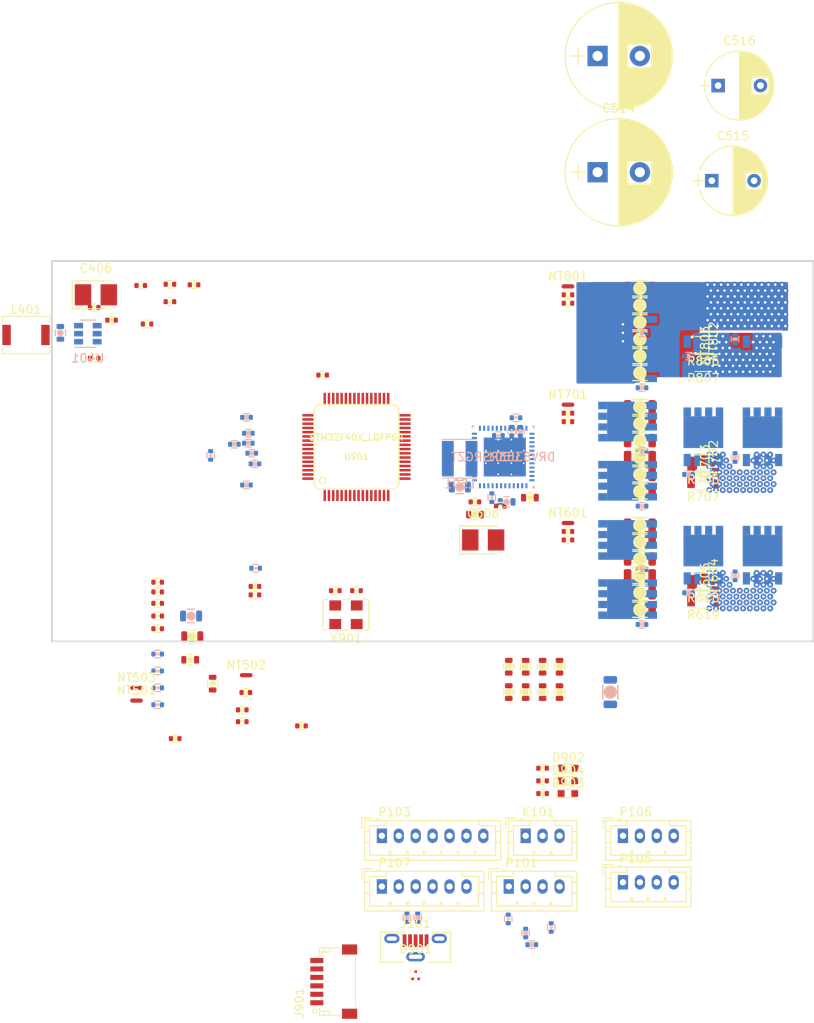
<source format=kicad_pcb>
(kicad_pcb (version 20171130) (host pcbnew "(5.1.2)-1")
  (layers (0 F.Cu signal) (1 In1.Cu power) (2 In2.Cu signal) (31 B.Cu power) (34 B.Paste user) (35 F.Paste user) (36 B.SilkS user) (37 F.SilkS user) (38 B.Mask user) (39 F.Mask user) (44 Edge.Cuts user))
  (net 0 "")
  (net 1 GND)
  (net 2 +3V3)
  (net 3 NRST)
  (net 4 +12V)
  (net 5 "Net-(J101-Pad2)")
  (net 6 "Net-(J101-Pad3)")
  (net 7 SWDIO)
  (net 8 SWCLK)
  (net 9 "Net-(K101-Pad1)")
  (net 10 "Net-(C507-Pad2)")
  (net 11 GNDD)
  (net 12 +BATT)
  (net 13 /drv_power_stage/buck_rcl)
  (net 14 "Net-(Q701-Pad2)")
  (net 15 "Net-(Q702-Pad2)")
  (net 16 "Net-(Q703-Pad2)")
  (net 17 "Net-(Q704-Pad2)")
  (net 18 "Net-(Q801-Pad2)")
  (net 19 "Net-(Q802-Pad2)")
  (net 20 "Net-(Q803-Pad2)")
  (net 21 "Net-(Q804-Pad2)")
  (net 22 GNDA)
  (net 23 /drv_power_stage/ENABLE)
  (net 24 /drv_power_stage/A_VSENSE)
  (net 25 /drv_power_stage/B_VSENSE)
  (net 26 /drv_power_stage/C_VSENSE)
  (net 27 "Net-(C201-Pad1)")
  (net 28 "Net-(C403-Pad1)")
  (net 29 "Net-(C403-Pad2)")
  (net 30 "Net-(C407-Pad2)")
  (net 31 "Net-(C505-Pad1)")
  (net 32 "Net-(C507-Pad1)")
  (net 33 "Net-(C508-Pad2)")
  (net 34 "Net-(C509-Pad1)")
  (net 35 "Net-(C510-Pad2)")
  (net 36 "Net-(C510-Pad1)")
  (net 37 "Net-(C511-Pad2)")
  (net 38 "Net-(C512-Pad2)")
  (net 39 /drv_power_stage/GDRV_VSENSE)
  (net 40 "Net-(C906-Pad1)")
  (net 41 "Net-(C908-Pad1)")
  (net 42 "Net-(D902-Pad1)")
  (net 43 "Net-(D903-Pad1)")
  (net 44 "Net-(D904-Pad1)")
  (net 45 "Net-(K101-Pad2)")
  (net 46 /drv_power_stage/3.3_IREF)
  (net 47 /drv_power_stage/PHASE_B)
  (net 48 /drv_power_stage/PHASE_C)
  (net 49 /drv_power_stage/PHASE_A)
  (net 50 "Net-(Q601-Pad2)")
  (net 51 "Net-(Q602-Pad2)")
  (net 52 "Net-(Q603-Pad2)")
  (net 53 "Net-(Q604-Pad2)")
  (net 54 "Net-(R401-Pad1)")
  (net 55 /drv_power_stage/DRV_SDO)
  (net 56 "Net-(R503-Pad2)")
  (net 57 /drv_power_stage/A_ISENSE)
  (net 58 /drv_power_stage/B_ISENSE)
  (net 59 /drv_power_stage/C_ISENSE)
  (net 60 /Microcontroller/SERVO)
  (net 61 /Microcontroller/ADC_VBUS)
  (net 62 /Microcontroller/ADC_TEMP)
  (net 63 /Microcontroller/TEMP_MOTOR)
  (net 64 /drv_power_stage/power_phase_B/PR_SENSE)
  (net 65 /drv_power_stage/power_phase_B/NR_SENSE)
  (net 66 /drv_power_stage/power_phase_C/PR_SENSE)
  (net 67 /drv_power_stage/power_phase_C/NR_SENSE)
  (net 68 /drv_power_stage/power_phase_A/PR_SENSE)
  (net 69 /drv_power_stage/power_phase_A/NR_SENSE)
  (net 70 /Microcontroller/VCAP2)
  (net 71 /Microcontroller/VCAP1)
  (net 72 /Microcontroller/USB_DM)
  (net 73 /Microcontroller/USB_DP)
  (net 74 /drv_power_stage/power_phase_B/H_SWITCH)
  (net 75 /drv_power_stage/power_phase_C/H_SWITCH)
  (net 76 /drv_power_stage/power_phase_A/H_SWITCH)
  (net 77 /CAN_tranciever/CANH)
  (net 78 /CAN_tranciever/CANL)
  (net 79 /Microcontroller/BRAKE_SW)
  (net 80 /Microcontroller/ADC_BRAKE)
  (net 81 /Microcontroller/ADC_THROTTLE)
  (net 82 /Microcontroller/USART1_RX)
  (net 83 /Microcontroller/USART1_TX)
  (net 84 /Microcontroller/SCL_2)
  (net 85 /Microcontroller/SDA_2)
  (net 86 /Microcontroller/HALL_3)
  (net 87 /Microcontroller/HALL_2)
  (net 88 /Microcontroller/HALL_1)
  (net 89 /drv_power_stage/power_phase_B/PH_GND_LOW)
  (net 90 /drv_power_stage/power_phase_C/PH_GND_LOW)
  (net 91 /drv_power_stage/power_phase_A/PH_GND_LOW)
  (net 92 /Microcontroller/FAULT)
  (net 93 /drv_power_stage/power_phase_B/H_GATE)
  (net 94 /drv_power_stage/power_phase_B/L_GATE)
  (net 95 /drv_power_stage/power_phase_C/H_GATE)
  (net 96 /drv_power_stage/power_phase_C/L_GATE)
  (net 97 /drv_power_stage/power_phase_A/H_GATE)
  (net 98 /drv_power_stage/power_phase_A/L_GATE)
  (net 99 /Microcontroller/LED_GREEN)
  (net 100 /Microcontroller/LED_RED)
  (net 101 /Microcontroller/L3)
  (net 102 /Microcontroller/H3)
  (net 103 /Microcontroller/L2)
  (net 104 /Microcontroller/H2)
  (net 105 /Microcontroller/L1)
  (net 106 /Microcontroller/H1)
  (net 107 "Net-(NT605-Pad1)")
  (net 108 "Net-(NT703-Pad1)")
  (net 109 "Net-(NT803-Pad1)")
  (module pkl_dipol:R_0402 (layer F.Cu) (at 107.05 107)
    (fp_text reference R403)
    (fp_text value "10k 0.1%")
    (pad 2 smd roundrect (at 0.5 0) (size 0.5 0.6) (layers F.Cu F.Paste F.Mask) (net 1 GND))
    (pad 1 smd roundrect (at -0.5 0) (size 0.5 0.6) (layers F.Cu F.Paste F.Mask) (net 30 "Net-(C407-Pad2)"))
  )
  (module pkl_dipol:R_0402 (layer F.Cu) (at 116.8 102.815)
    (fp_text reference R402)
    (fp_text value "R33.2k 0.1%")
    (pad 2 smd roundrect (at 0.5 0) (size 0.5 0.6) (layers F.Cu F.Paste F.Mask) (net 30 "Net-(C407-Pad2)"))
    (pad 1 smd roundrect (at -0.5 0) (size 0.5 0.6) (layers F.Cu F.Paste F.Mask) (net 2 +3V3))
  )
  (module pkl_dipol:R_0402 (layer F.Cu) (at 105 105.5 180)
    (fp_text reference R401)
    (fp_text value 1k)
    (pad 2 smd roundrect (at 0.5 0 180) (size 0.5 0.6) (layers F.Cu F.Paste F.Mask) (net 4 +12V))
    (pad 1 smd roundrect (at -0.5 0 180) (size 0.5 0.6) (layers F.Cu F.Paste F.Mask) (net 54 "Net-(R401-Pad1)"))
  )
  (module Inductors_SMD:L_Neosid_Ms42 (layer F.Cu) (at 96.94 108.75)
    (fp_text reference L401 (at 0 -3) (layer F.SilkS))
    (fp_text value 3.3uH)
    (pad 1 smd rect (at -2.3 0) (size 1 2.4) (layers F.Cu F.Paste F.Mask) (net 2 +3V3))
    (pad 2 smd rect (at 2.3 0) (size 1 2.4) (layers F.Cu F.Paste F.Mask) (net 28 "Net-(C403-Pad1)"))
  )
  (module pkl_dipol:C_0402 (layer F.Cu) (at 124 139.5)
    (fp_text reference C408)
    (fp_text value 100nf)
    (pad 2 smd roundrect (at 0.5 0) (size 0.5 0.6) (layers F.Cu F.Paste F.Mask) (net 22 GNDA))
    (pad 1 smd roundrect (at -0.5 0) (size 0.5 0.6) (layers F.Cu F.Paste F.Mask) (net 62 /Microcontroller/ADC_TEMP))
  )
  (module pkl_dipol:C_0402 (layer F.Cu) (at 111.25 107.455)
    (fp_text reference C407)
    (fp_text value NP)
    (pad 2 smd roundrect (at 0.5 0) (size 0.5 0.6) (layers F.Cu F.Paste F.Mask) (net 30 "Net-(C407-Pad2)"))
    (pad 1 smd roundrect (at -0.5 0) (size 0.5 0.6) (layers F.Cu F.Paste F.Mask) (net 2 +3V3))
  )
  (module pkl_dipol:C_0402 (layer F.Cu) (at 110.5 102.9)
    (fp_text reference C405)
    (fp_text value 2.2uf)
    (pad 2 smd roundrect (at 0.5 0) (size 0.5 0.6) (layers F.Cu F.Paste F.Mask) (net 1 GND))
    (pad 1 smd roundrect (at -0.5 0) (size 0.5 0.6) (layers F.Cu F.Paste F.Mask) (net 2 +3V3))
  )
  (module pkl_dipol:C_0402 (layer F.Cu) (at 113.95 104.815)
    (fp_text reference C404)
    (fp_text value 100nf)
    (pad 2 smd roundrect (at 0.5 0) (size 0.5 0.6) (layers F.Cu F.Paste F.Mask) (net 1 GND))
    (pad 1 smd roundrect (at -0.5 0) (size 0.5 0.6) (layers F.Cu F.Paste F.Mask) (net 2 +3V3))
  )
  (module pkl_dipol:C_0402 (layer F.Cu) (at 105 111.5)
    (fp_text reference C403)
    (fp_text value 100nf)
    (pad 2 smd roundrect (at 0.5 0) (size 0.5 0.6) (layers F.Cu F.Paste F.Mask) (net 29 "Net-(C403-Pad2)"))
    (pad 1 smd roundrect (at -0.5 0) (size 0.5 0.6) (layers F.Cu F.Paste F.Mask) (net 28 "Net-(C403-Pad1)"))
  )
  (module pkl_dipol:C_0402 (layer F.Cu) (at 113.95 102.755)
    (fp_text reference C402)
    (fp_text value 100nf)
    (pad 2 smd roundrect (at 0.5 0) (size 0.5 0.6) (layers F.Cu F.Paste F.Mask) (net 1 GND))
    (pad 1 smd roundrect (at -0.5 0) (size 0.5 0.6) (layers F.Cu F.Paste F.Mask) (net 4 +12V))
  )
  (module pkl_dipol:C_0603 (layer B.Cu) (at 101 108.5 270)
    (fp_text reference C401)
    (fp_text value 2.2uf)
    (pad 2 smd roundrect (at 0.75 0 270) (size 0.6 0.9) (layers B.Cu B.Paste B.Mask) (net 1 GND))
    (pad 1 smd roundrect (at -0.75 0 270) (size 0.6 0.9) (layers B.Cu B.Paste B.Mask) (net 4 +12V))
  )
  (module Connectors_JST:JST_PH_B4B-PH-K_04x2.00mm_Straight (layer F.Cu) (at 167.5 168)
    (fp_text reference P106 (at 1.5 -2.8) (layer F.SilkS))
    (fp_text value I2C)
    (pad 1 thru_hole rect (at 0 0) (size 1.2 1.7) (drill 0.75) (layers *.Cu *.Mask) (net 84 /Microcontroller/SCL_2))
    (pad 2 thru_hole oval (at 2 0) (size 1.2 1.7) (drill 0.75) (layers *.Cu *.Mask) (net 85 /Microcontroller/SDA_2))
    (pad 3 thru_hole oval (at 4 0) (size 1.2 1.7) (drill 0.75) (layers *.Cu *.Mask) (net 2 +3V3))
    (pad 4 thru_hole oval (at 6 0) (size 1.2 1.7) (drill 0.75) (layers *.Cu *.Mask) (net 1 GND))
  )
  (module Resistors_SMD:R_1206 (layer F.Cu) (at 177 112 180)
    (fp_text reference R807 (at 0 -1.85) (layer F.SilkS))
    (fp_text value 1mΩ)
    (pad 1 smd rect (at -1.45 0 180) (size 0.9 1.7) (layers F.Cu F.Paste F.Mask) (net 91 /drv_power_stage/power_phase_A/PH_GND_LOW))
    (pad 2 smd rect (at 1.45 0 180) (size 0.9 1.7) (layers F.Cu F.Paste F.Mask) (net 11 GNDD))
  )
  (module Resistors_SMD:R_1206 (layer F.Cu) (at 177 110 180)
    (fp_text reference R806 (at 0 -1.85) (layer F.SilkS))
    (fp_text value 1mΩ)
    (pad 1 smd rect (at -1.45 0 180) (size 0.9 1.7) (layers F.Cu F.Paste F.Mask) (net 91 /drv_power_stage/power_phase_A/PH_GND_LOW))
    (pad 2 smd rect (at 1.45 0 180) (size 0.9 1.7) (layers F.Cu F.Paste F.Mask) (net 11 GNDD))
  )
  (module Resistors_SMD:R_1206 (layer F.Cu) (at 177 126 180)
    (fp_text reference R707 (at 0 -1.85 180) (layer F.SilkS))
    (fp_text value 1mΩ)
    (pad 1 smd rect (at -1.45 0 180) (size 0.9 1.7) (layers F.Cu F.Paste F.Mask) (net 90 /drv_power_stage/power_phase_C/PH_GND_LOW))
    (pad 2 smd rect (at 1.45 0 180) (size 0.9 1.7) (layers F.Cu F.Paste F.Mask) (net 11 GNDD))
  )
  (module Resistors_SMD:R_1206 (layer F.Cu) (at 177 124 180)
    (fp_text reference R706 (at 0 -1.85 180) (layer F.SilkS))
    (fp_text value 1mΩ)
    (pad 1 smd rect (at -1.45 0 180) (size 0.9 1.7) (layers F.Cu F.Paste F.Mask) (net 90 /drv_power_stage/power_phase_C/PH_GND_LOW))
    (pad 2 smd rect (at 1.45 0 180) (size 0.9 1.7) (layers F.Cu F.Paste F.Mask) (net 11 GNDD))
  )
  (module Resistors_SMD:R_1206 (layer F.Cu) (at 177 140 180)
    (fp_text reference R619 (at 0 -1.85 180) (layer F.SilkS))
    (fp_text value 1mΩ)
    (pad 1 smd rect (at -1.45 0 180) (size 0.9 1.7) (layers F.Cu F.Paste F.Mask) (net 89 /drv_power_stage/power_phase_B/PH_GND_LOW))
    (pad 2 smd rect (at 1.45 0 180) (size 0.9 1.7) (layers F.Cu F.Paste F.Mask) (net 11 GNDD))
  )
  (module Resistors_SMD:R_1206 (layer F.Cu) (at 177 138 180)
    (fp_text reference R618 (at 0 -1.85 180) (layer F.SilkS))
    (fp_text value 1mΩ)
    (pad 1 smd rect (at -1.45 0 180) (size 0.9 1.7) (layers F.Cu F.Paste F.Mask) (net 89 /drv_power_stage/power_phase_B/PH_GND_LOW))
    (pad 2 smd rect (at 1.45 0 180) (size 0.9 1.7) (layers F.Cu F.Paste F.Mask) (net 11 GNDD))
  )
  (module NetTie:NetTie-2_SMD_Pad0.5mm (layer F.Cu) (at 176 110 270)
    (fp_text reference NT803 (at 0 -1.2 90) (layer F.SilkS))
    (fp_text value Net-Tie_2)
    (fp_poly (pts (xy -0.5 -0.25) (xy 0.5 -0.25) (xy 0.5 0.25) (xy -0.5 0.25)) (layer F.Cu) (width 0))
    (pad 2 smd circle (at 0.5 0 270) (size 0.5 0.5) (layers F.Cu) (net 11 GNDD))
    (pad 1 smd circle (at -0.5 0 270) (size 0.5 0.5) (layers F.Cu) (net 109 "Net-(NT803-Pad1)"))
  )
  (module NetTie:NetTie-2_SMD_Pad0.5mm (layer F.Cu) (at 177 109.5 270)
    (fp_text reference NT802 (at 0 -1.2 90) (layer F.SilkS))
    (fp_text value Net-Tie_2)
    (fp_poly (pts (xy -0.5 -0.25) (xy 0.5 -0.25) (xy 0.5 0.25) (xy -0.5 0.25)) (layer F.Cu) (width 0))
    (pad 2 smd circle (at 0.5 0 270) (size 0.5 0.5) (layers F.Cu) (net 91 /drv_power_stage/power_phase_A/PH_GND_LOW))
    (pad 1 smd circle (at -0.5 0 270) (size 0.5 0.5) (layers F.Cu) (net 68 /drv_power_stage/power_phase_A/PR_SENSE))
  )
  (module NetTie:NetTie-2_SMD_Pad0.5mm (layer F.Cu) (at 176 124 270)
    (fp_text reference NT703 (at 0 -1.2 270) (layer F.SilkS))
    (fp_text value Net-Tie_2)
    (fp_poly (pts (xy -0.5 -0.25) (xy 0.5 -0.25) (xy 0.5 0.25) (xy -0.5 0.25)) (layer F.Cu) (width 0))
    (pad 2 smd circle (at 0.5 0 270) (size 0.5 0.5) (layers F.Cu) (net 11 GNDD))
    (pad 1 smd circle (at -0.5 0 270) (size 0.5 0.5) (layers F.Cu) (net 108 "Net-(NT703-Pad1)"))
  )
  (module NetTie:NetTie-2_SMD_Pad0.5mm (layer F.Cu) (at 177 123.5 270)
    (fp_text reference NT702 (at 0 -1.2 270) (layer F.SilkS))
    (fp_text value Net-Tie_2)
    (fp_poly (pts (xy -0.5 -0.25) (xy 0.5 -0.25) (xy 0.5 0.25) (xy -0.5 0.25)) (layer F.Cu) (width 0))
    (pad 2 smd circle (at 0.5 0 270) (size 0.5 0.5) (layers F.Cu) (net 90 /drv_power_stage/power_phase_C/PH_GND_LOW))
    (pad 1 smd circle (at -0.5 0 270) (size 0.5 0.5) (layers F.Cu) (net 66 /drv_power_stage/power_phase_C/PR_SENSE))
  )
  (module NetTie:NetTie-2_SMD_Pad0.5mm (layer F.Cu) (at 176 138 270)
    (fp_text reference NT605 (at 0 -1.2 270) (layer F.SilkS))
    (fp_text value Net-Tie_2)
    (fp_poly (pts (xy -0.5 -0.25) (xy 0.5 -0.25) (xy 0.5 0.25) (xy -0.5 0.25)) (layer F.Cu) (width 0))
    (pad 2 smd circle (at 0.5 0 270) (size 0.5 0.5) (layers F.Cu) (net 11 GNDD))
    (pad 1 smd circle (at -0.5 0 270) (size 0.5 0.5) (layers F.Cu) (net 107 "Net-(NT605-Pad1)"))
  )
  (module NetTie:NetTie-2_SMD_Pad0.5mm (layer F.Cu) (at 177 137.5 270)
    (fp_text reference NT604 (at 0 -1.2 270) (layer F.SilkS))
    (fp_text value Net-Tie_2)
    (fp_poly (pts (xy -0.5 -0.25) (xy 0.5 -0.25) (xy 0.5 0.25) (xy -0.5 0.25)) (layer F.Cu) (width 0))
    (pad 2 smd circle (at 0.5 0 270) (size 0.5 0.5) (layers F.Cu) (net 89 /drv_power_stage/power_phase_B/PH_GND_LOW))
    (pad 1 smd circle (at -0.5 0 270) (size 0.5 0.5) (layers F.Cu) (net 64 /drv_power_stage/power_phase_B/PR_SENSE))
  )
  (module pkl_dipol:R_0402 (layer B.Cu) (at 180.75 109.25 90)
    (fp_text reference R805)
    (fp_text value 5Ω)
    (pad 1 smd roundrect (at -0.5 0 90) (size 0.5 0.6) (layers B.Cu B.Paste B.Mask) (net 21 "Net-(Q804-Pad2)"))
    (pad 2 smd roundrect (at 0.5 0 90) (size 0.5 0.6) (layers B.Cu B.Paste B.Mask) (net 98 /drv_power_stage/power_phase_A/L_GATE))
  )
  (module Capacitors_THT:CP_Radial_D8.0mm_P5.00mm (layer F.Cu) (at 178.75 79.25)
    (fp_text reference C516 (at 2.5 -5.31) (layer F.SilkS))
    (fp_text value 20uF)
    (pad 1 thru_hole rect (at 0 0) (size 1.6 1.6) (drill 0.8) (layers *.Cu *.Mask) (net 12 +BATT))
    (pad 2 thru_hole circle (at 5 0) (size 1.6 1.6) (drill 0.8) (layers *.Cu *.Mask) (net 1 GND))
  )
  (module Capacitors_THT:CP_Radial_D12.5mm_P5.00mm (layer F.Cu) (at 164.5 75.75)
    (fp_text reference C519 (at 2.5 -7.56) (layer F.SilkS))
    (fp_text value 560uF)
    (pad 1 thru_hole rect (at 0 0) (size 2.4 2.4) (drill 1.2) (layers *.Cu *.Mask) (net 12 +BATT))
    (pad 2 thru_hole circle (at 5 0) (size 2.4 2.4) (drill 1.2) (layers *.Cu *.Mask) (net 1 GND))
  )
  (module Capacitors_THT:CP_Radial_D8.0mm_P5.00mm (layer F.Cu) (at 178 90.5)
    (fp_text reference C515 (at 2.5 -5.31) (layer F.SilkS))
    (fp_text value 20uF)
    (pad 1 thru_hole rect (at 0 0) (size 1.6 1.6) (drill 0.8) (layers *.Cu *.Mask) (net 12 +BATT))
    (pad 2 thru_hole circle (at 5 0) (size 1.6 1.6) (drill 0.8) (layers *.Cu *.Mask) (net 1 GND))
  )
  (module Capacitors_THT:CP_Radial_D12.5mm_P5.00mm (layer F.Cu) (at 164.5 89.5)
    (fp_text reference C514 (at 2.5 -7.56) (layer F.SilkS))
    (fp_text value 560uF)
    (pad 1 thru_hole rect (at 0 0) (size 2.4 2.4) (drill 1.2) (layers *.Cu *.Mask) (net 12 +BATT))
    (pad 2 thru_hole circle (at 5 0) (size 2.4 2.4) (drill 1.2) (layers *.Cu *.Mask) (net 1 GND))
  )
  (module Oscillators:Oscillator_SMD_EuroQuartz_XO53-4pin_5.0x3.2mm (layer F.Cu) (at 134.76 141.85 180)
    (fp_text reference X901 (at 0 -2.8) (layer F.SilkS))
    (fp_text value "8MHz 10ppm")
    (pad 1 smd rect (at -1.27 1.1 180) (size 1.4 1.2) (layers F.Cu F.Paste F.Mask) (net 40 "Net-(C906-Pad1)"))
    (pad 2 smd rect (at 1.27 1.1 180) (size 1.4 1.2) (layers F.Cu F.Paste F.Mask) (net 41 "Net-(C908-Pad1)"))
    (pad 3 smd rect (at 1.27 -1.1 180) (size 1.4 1.2) (layers F.Cu F.Paste F.Mask) (net 1 GND))
    (pad 4 smd rect (at -1.27 -1.1 180) (size 1.4 1.2) (layers F.Cu F.Paste F.Mask))
  )
  (module crf1:lqfp64_pad_mod (layer F.Cu) (at 136 122)
    (fp_text reference U901 (at 0 1.143) (layer F.SilkS) (effects (font (size 0.7493 0.7493) (thickness 0.14986))))
    (fp_text value STM32F40X_LQFP64 (at 0 -1.143) (layer F.SilkS) (effects (font (size 0.7493 0.7493) (thickness 0.14986))))
    (pad 64 smd rect (at -5.75056 3.74904) (size 1.30048 0.3) (layers F.Cu F.Paste F.Mask) (net 2 +3V3))
    (pad 63 smd rect (at -5.75056 3.2512) (size 1.30048 0.3) (layers F.Cu F.Paste F.Mask) (net 1 GND))
    (pad 62 smd rect (at -5.75056 2.75082) (size 1.30048 0.3) (layers F.Cu F.Paste F.Mask))
    (pad 61 smd rect (at -5.75056 2.25044) (size 1.30048 0.3) (layers F.Cu F.Paste F.Mask))
    (pad 60 smd rect (at -5.75056 1.75006) (size 1.30048 0.3) (layers F.Cu F.Paste F.Mask) (net 1 GND))
    (pad 48 smd rect (at -3.74904 -5.75056) (size 0.3 1.30048) (layers F.Cu F.Paste F.Mask) (net 2 +3V3))
    (pad 47 smd rect (at -3.2512 -5.75056) (size 0.3 1.30048) (layers F.Cu F.Paste F.Mask) (net 70 /Microcontroller/VCAP2))
    (pad 46 smd rect (at -2.75082 -5.75056) (size 0.3 1.30048) (layers F.Cu F.Paste F.Mask) (net 7 SWDIO))
    (pad 45 smd rect (at -2.25044 -5.75056) (size 0.3 1.30048) (layers F.Cu F.Paste F.Mask) (net 73 /Microcontroller/USB_DP))
    (pad 44 smd rect (at -1.75006 -5.75056) (size 0.3 1.30048) (layers F.Cu F.Paste F.Mask) (net 72 /Microcontroller/USB_DM))
    (pad 32 smd rect (at 5.75056 -3.74904) (size 1.30048 0.3) (layers F.Cu F.Paste F.Mask) (net 2 +3V3))
    (pad 31 smd rect (at 5.75056 -3.2512) (size 1.30048 0.3) (layers F.Cu F.Paste F.Mask) (net 71 /Microcontroller/VCAP1))
    (pad 30 smd rect (at 5.75056 -2.75082) (size 1.30048 0.3) (layers F.Cu F.Paste F.Mask) (net 85 /Microcontroller/SDA_2))
    (pad 29 smd rect (at 5.75056 -2.25044) (size 1.30048 0.3) (layers F.Cu F.Paste F.Mask) (net 84 /Microcontroller/SCL_2))
    (pad 28 smd rect (at 5.75056 -1.75006) (size 1.30048 0.3) (layers F.Cu F.Paste F.Mask))
    (pad 16 smd rect (at 3.74904 5.75056) (size 0.3 1.30048) (layers F.Cu F.Paste F.Mask) (net 26 /drv_power_stage/C_VSENSE))
    (pad 15 smd rect (at 3.2512 5.75056) (size 0.3 1.30048) (layers F.Cu F.Paste F.Mask) (net 25 /drv_power_stage/B_VSENSE))
    (pad 14 smd rect (at 2.75082 5.75056) (size 0.3 1.30048) (layers F.Cu F.Paste F.Mask) (net 24 /drv_power_stage/A_VSENSE))
    (pad 13 smd rect (at 2.25044 5.75056) (size 0.3 1.30048) (layers F.Cu F.Paste F.Mask) (net 2 +3V3))
    (pad 12 smd rect (at 1.75006 5.75056) (size 0.3 1.30048) (layers F.Cu F.Paste F.Mask) (net 22 GNDA))
    (pad 59 smd rect (at -5.75056 1.24968) (size 1.30048 0.3) (layers F.Cu F.Paste F.Mask) (net 82 /Microcontroller/USART1_RX))
    (pad 58 smd rect (at -5.75056 0.7493) (size 1.30048 0.3) (layers F.Cu F.Paste F.Mask) (net 83 /Microcontroller/USART1_TX))
    (pad 57 smd rect (at -5.75056 0.24892) (size 1.30048 0.3) (layers F.Cu F.Paste F.Mask) (net 79 /Microcontroller/BRAKE_SW))
    (pad 43 smd rect (at -1.24968 -5.75056) (size 0.3 1.30048) (layers F.Cu F.Paste F.Mask) (net 102 /Microcontroller/H3))
    (pad 42 smd rect (at -0.7493 -5.75056) (size 0.3 1.30048) (layers F.Cu F.Paste F.Mask) (net 104 /Microcontroller/H2))
    (pad 41 smd rect (at -0.24892 -5.75056) (size 0.3 1.30048) (layers F.Cu F.Paste F.Mask) (net 106 /Microcontroller/H1))
    (pad 27 smd rect (at 5.75056 -1.24968) (size 1.30048 0.3) (layers F.Cu F.Paste F.Mask) (net 80 /Microcontroller/ADC_BRAKE))
    (pad 26 smd rect (at 5.75056 -0.7493) (size 1.30048 0.3) (layers F.Cu F.Paste F.Mask) (net 81 /Microcontroller/ADC_THROTTLE))
    (pad 25 smd rect (at 5.75056 -0.24892) (size 1.30048 0.3) (layers F.Cu F.Paste F.Mask) (net 63 /Microcontroller/TEMP_MOTOR))
    (pad 11 smd rect (at 1.24968 5.75056) (size 0.3 1.30048) (layers F.Cu F.Paste F.Mask) (net 61 /Microcontroller/ADC_VBUS))
    (pad 10 smd rect (at 0.7493 5.75056) (size 0.3 1.30048) (layers F.Cu F.Paste F.Mask) (net 59 /drv_power_stage/C_ISENSE))
    (pad 9 smd rect (at 0.24892 5.75056) (size 0.3 1.30048) (layers F.Cu F.Paste F.Mask) (net 58 /drv_power_stage/B_ISENSE))
    (pad 56 smd rect (at -5.75056 -0.24892) (size 1.30048 0.3) (layers F.Cu F.Paste F.Mask))
    (pad 55 smd rect (at -5.75056 -0.7493) (size 1.30048 0.3) (layers F.Cu F.Paste F.Mask))
    (pad 54 smd rect (at -5.75056 -1.24968) (size 1.30048 0.3) (layers F.Cu F.Paste F.Mask))
    (pad 53 smd rect (at -5.75056 -1.75006) (size 1.30048 0.3) (layers F.Cu F.Paste F.Mask))
    (pad 52 smd rect (at -5.75056 -2.25044) (size 1.30048 0.3) (layers F.Cu F.Paste F.Mask))
    (pad 51 smd rect (at -5.75056 -2.75082) (size 1.30048 0.3) (layers F.Cu F.Paste F.Mask))
    (pad 50 smd rect (at -5.75056 -3.2512) (size 1.30048 0.3) (layers F.Cu F.Paste F.Mask))
    (pad 49 smd rect (at -5.75056 -3.74904) (size 1.30048 0.3) (layers F.Cu F.Paste F.Mask) (net 8 SWCLK))
    (pad 40 smd rect (at 0.24892 -5.75056) (size 0.3 1.30048) (layers F.Cu F.Paste F.Mask) (net 23 /drv_power_stage/ENABLE))
    (pad 39 smd rect (at 0.7493 -5.75056) (size 0.3 1.30048) (layers F.Cu F.Paste F.Mask) (net 86 /Microcontroller/HALL_3))
    (pad 38 smd rect (at 1.24968 -5.75056) (size 0.3 1.30048) (layers F.Cu F.Paste F.Mask) (net 87 /Microcontroller/HALL_2))
    (pad 37 smd rect (at 1.75006 -5.75056) (size 0.3 1.30048) (layers F.Cu F.Paste F.Mask) (net 88 /Microcontroller/HALL_1))
    (pad 36 smd rect (at 2.25044 -5.75056) (size 0.3 1.30048) (layers F.Cu F.Paste F.Mask) (net 101 /Microcontroller/L3))
    (pad 35 smd rect (at 2.75082 -5.75056) (size 0.3 1.30048) (layers F.Cu F.Paste F.Mask) (net 103 /Microcontroller/L2))
    (pad 34 smd rect (at 3.2512 -5.75056) (size 0.3 1.30048) (layers F.Cu F.Paste F.Mask) (net 105 /Microcontroller/L1))
    (pad 33 smd rect (at 3.74904 -5.75056) (size 0.3 1.30048) (layers F.Cu F.Paste F.Mask) (net 92 /Microcontroller/FAULT))
    (pad 24 smd rect (at 5.75056 0.24892) (size 1.30048 0.3) (layers F.Cu F.Paste F.Mask) (net 62 /Microcontroller/ADC_TEMP))
    (pad 23 smd rect (at 5.75056 0.7493) (size 1.30048 0.3) (layers F.Cu F.Paste F.Mask))
    (pad 22 smd rect (at 5.75056 1.24968) (size 1.30048 0.3) (layers F.Cu F.Paste F.Mask))
    (pad 21 smd rect (at 5.75056 1.75006) (size 1.30048 0.3) (layers F.Cu F.Paste F.Mask))
    (pad 20 smd rect (at 5.75056 2.25044) (size 1.30048 0.3) (layers F.Cu F.Paste F.Mask))
    (pad 19 smd rect (at 5.75056 2.75082) (size 1.30048 0.3) (layers F.Cu F.Paste F.Mask) (net 2 +3V3))
    (pad 18 smd rect (at 5.75056 3.2512) (size 1.30048 0.3) (layers F.Cu F.Paste F.Mask) (net 1 GND))
    (pad 17 smd rect (at 5.75056 3.74904) (size 1.30048 0.3) (layers F.Cu F.Paste F.Mask) (net 60 /Microcontroller/SERVO))
    (pad 3 smd rect (at -2.75082 5.75056) (size 0.3 1.30048) (layers F.Cu F.Paste F.Mask) (net 99 /Microcontroller/LED_GREEN))
    (pad 2 smd rect (at -3.2512 5.75056) (size 0.3 1.30048) (layers F.Cu F.Paste F.Mask))
    (pad 1 smd rect (at -3.74904 5.75056) (size 0.3 1.30048) (layers F.Cu F.Paste F.Mask) (net 2 +3V3))
    (pad 8 smd rect (at -0.24892 5.75056) (size 0.3 1.30048) (layers F.Cu F.Paste F.Mask) (net 57 /drv_power_stage/A_ISENSE))
    (pad 7 smd rect (at -0.7493 5.75056) (size 0.3 1.30048) (layers F.Cu F.Paste F.Mask) (net 3 NRST))
    (pad 6 smd rect (at -1.24968 5.75056) (size 0.3 1.30048) (layers F.Cu F.Paste F.Mask) (net 41 "Net-(C908-Pad1)"))
    (pad 5 smd rect (at -1.75006 5.75056) (size 0.3 1.30048) (layers F.Cu F.Paste F.Mask) (net 40 "Net-(C906-Pad1)"))
    (pad 4 smd rect (at -2.25044 5.75056) (size 0.3 1.30048) (layers F.Cu F.Paste F.Mask) (net 100 /Microcontroller/LED_RED))
  )
  (module Locals:DRV8353RHRGZR (layer B.Cu) (at 153.340474 123.187303)
    (fp_text reference U501 (at 0 0) (layer B.SilkS) (effects (justify mirror)))
    (fp_text value DRV8353RSRGZT (at 0 0) (layer B.SilkS) (effects (justify mirror)))
    (fp_text user * (at 0 0) (layer B.SilkS) (effects (justify mirror)))
    (pad 49 thru_hole circle (at 0.973 2.050001) (size 0.499999 0.499999) (drill 0.2032) (layers *.Cu *.Mask) (net 11 GNDD))
    (pad 49 thru_hole circle (at -0.596999 2.050001) (size 0.499999 0.499999) (drill 0.2032) (layers *.Cu *.Mask) (net 11 GNDD))
    (pad 49 thru_hole circle (at 0.973 0.740001) (size 0.499999 0.499999) (drill 0.2032) (layers *.Cu *.Mask) (net 11 GNDD))
    (pad 49 thru_hole circle (at 0.973 -0.740001) (size 0.499999 0.499999) (drill 0.2032) (layers *.Cu *.Mask) (net 11 GNDD))
    (pad 49 thru_hole circle (at 0.973 -2.050001) (size 0.499999 0.499999) (drill 0.2032) (layers *.Cu *.Mask) (net 11 GNDD))
    (pad 49 thru_hole circle (at 2.426 0.740001) (size 0.499999 0.499999) (drill 0.2032) (layers *.Cu *.Mask) (net 11 GNDD))
    (pad 49 thru_hole circle (at 2.426 -0.740001) (size 0.499999 0.499999) (drill 0.2032) (layers *.Cu *.Mask) (net 11 GNDD))
    (pad 49 thru_hole circle (at -0.596999 0.740001) (size 0.499999 0.499999) (drill 0.2032) (layers *.Cu *.Mask) (net 11 GNDD))
    (pad 49 thru_hole circle (at -0.596999 -0.740001) (size 0.499999 0.499999) (drill 0.2032) (layers *.Cu *.Mask) (net 11 GNDD))
    (pad 49 thru_hole circle (at -0.596999 -2.050001) (size 0.499999 0.499999) (drill 0.2032) (layers *.Cu *.Mask) (net 11 GNDD))
    (pad 49 thru_hole circle (at -2.050001 -0.740001) (size 0.499999 0.499999) (drill 0.2032) (layers *.Cu *.Mask) (net 11 GNDD))
    (pad 49 thru_hole circle (at -2.050001 0.740001) (size 0.499999 0.499999) (drill 0.2032) (layers *.Cu *.Mask) (net 11 GNDD))
    (pad 49 smd rect (at 0.188001 0) (size 4.974999 4.600001) (layers B.Cu B.Mask) (net 11 GNDD))
    (pad 48 smd rect (at -2.75 3.400001) (size 0.24 0.599999) (layers B.Cu B.Paste B.Mask) (net 39 /drv_power_stage/GDRV_VSENSE))
    (pad 47 smd rect (at -2.250001 3.400001) (size 0.24 0.599999) (layers B.Cu B.Paste B.Mask) (net 56 "Net-(R503-Pad2)"))
    (pad 46 smd rect (at -1.749999 3.400001) (size 0.24 0.599999) (layers B.Cu B.Paste B.Mask) (net 13 /drv_power_stage/buck_rcl))
    (pad 45 smd rect (at -1.25 3.400001) (size 0.24 0.599999) (layers B.Cu B.Paste B.Mask) (net 36 "Net-(C510-Pad1)"))
    (pad 44 smd rect (at -0.749998 3.400001) (size 0.24 0.599999) (layers B.Cu B.Paste B.Mask) (net 31 "Net-(C505-Pad1)"))
    (pad 43 smd rect (at -0.25 3.400001) (size 0.24 0.599999) (layers B.Cu B.Paste B.Mask) (net 12 +BATT))
    (pad 42 smd rect (at 0.25 3.400001) (size 0.24 0.599999) (layers B.Cu B.Paste B.Mask) (net 35 "Net-(C510-Pad2)"))
    (pad 41 smd rect (at 0.750001 3.400001) (size 0.24 0.599999) (layers B.Cu B.Paste B.Mask) (net 1 GND))
    (pad 40 smd rect (at 1.25 3.400001) (size 0.24 0.599999) (layers B.Cu B.Paste B.Mask) (net 34 "Net-(C509-Pad1)"))
    (pad 39 smd rect (at 1.750002 3.400001) (size 0.24 0.599999) (layers B.Cu B.Paste B.Mask) (net 101 /Microcontroller/L3))
    (pad 38 smd rect (at 2.250001 3.400001) (size 0.24 0.599999) (layers B.Cu B.Paste B.Mask) (net 102 /Microcontroller/H3))
    (pad 37 smd rect (at 2.75 3.400001) (size 0.24 0.599999) (layers B.Cu B.Paste B.Mask) (net 103 /Microcontroller/L2))
    (pad 36 smd rect (at 3.400001 2.75 270) (size 0.24 0.599999) (layers B.Cu B.Paste B.Mask) (net 104 /Microcontroller/H2))
    (pad 35 smd rect (at 3.400001 2.250001 270) (size 0.24 0.599999) (layers B.Cu B.Paste B.Mask) (net 105 /Microcontroller/L1))
    (pad 34 smd rect (at 3.400001 1.749999 270) (size 0.24 0.599999) (layers B.Cu B.Paste B.Mask) (net 106 /Microcontroller/H1))
    (pad 33 smd rect (at 3.400001 1.25 270) (size 0.24 0.599999) (layers B.Cu B.Paste B.Mask) (net 23 /drv_power_stage/ENABLE))
    (pad 32 smd rect (at 3.400001 0.749998 270) (size 0.24 0.599999) (layers B.Cu B.Paste B.Mask))
    (pad 31 smd rect (at 3.400001 0.25 270) (size 0.24 0.599999) (layers B.Cu B.Paste B.Mask))
    (pad 30 smd rect (at 3.400001 -0.25 270) (size 0.24 0.599999) (layers B.Cu B.Paste B.Mask))
    (pad 29 smd rect (at 3.400001 -0.750001 270) (size 0.24 0.599999) (layers B.Cu B.Paste B.Mask) (net 55 /drv_power_stage/DRV_SDO))
    (pad 28 smd rect (at 3.400001 -1.25 270) (size 0.24 0.599999) (layers B.Cu B.Paste B.Mask) (net 92 /Microcontroller/FAULT))
    (pad 27 smd rect (at 3.400001 -1.750002 270) (size 0.24 0.599999) (layers B.Cu B.Paste B.Mask) (net 22 GNDA))
    (pad 26 smd rect (at 3.400001 -2.250001 270) (size 0.24 0.599999) (layers B.Cu B.Paste B.Mask) (net 46 /drv_power_stage/3.3_IREF))
    (pad 25 smd rect (at 3.400001 -2.75 270) (size 0.24 0.599999) (layers B.Cu B.Paste B.Mask) (net 57 /drv_power_stage/A_ISENSE))
    (pad 24 smd rect (at 2.75 -3.400001) (size 0.24 0.599999) (layers B.Cu B.Paste B.Mask) (net 58 /drv_power_stage/B_ISENSE))
    (pad 23 smd rect (at 2.250001 -3.400001) (size 0.24 0.599999) (layers B.Cu B.Paste B.Mask) (net 59 /drv_power_stage/C_ISENSE))
    (pad 22 smd rect (at 1.750002 -3.400001) (size 0.24 0.599999) (layers B.Cu B.Paste B.Mask) (net 67 /drv_power_stage/power_phase_C/NR_SENSE))
    (pad 21 smd rect (at 1.25 -3.400001) (size 0.24 0.599999) (layers B.Cu B.Paste B.Mask) (net 66 /drv_power_stage/power_phase_C/PR_SENSE))
    (pad 20 smd rect (at 0.750001 -3.400001) (size 0.24 0.599999) (layers B.Cu B.Paste B.Mask) (net 96 /drv_power_stage/power_phase_C/L_GATE))
    (pad 19 smd rect (at 0.25 -3.400001) (size 0.24 0.599999) (layers B.Cu B.Paste B.Mask) (net 75 /drv_power_stage/power_phase_C/H_SWITCH))
    (pad 18 smd rect (at -0.25 -3.400001) (size 0.24 0.599999) (layers B.Cu B.Paste B.Mask) (net 95 /drv_power_stage/power_phase_C/H_GATE))
    (pad 17 smd rect (at -0.749998 -3.400001) (size 0.24 0.599999) (layers B.Cu B.Paste B.Mask) (net 93 /drv_power_stage/power_phase_B/H_GATE))
    (pad 16 smd rect (at -1.25 -3.400001) (size 0.24 0.599999) (layers B.Cu B.Paste B.Mask) (net 74 /drv_power_stage/power_phase_B/H_SWITCH))
    (pad 15 smd rect (at -1.749999 -3.400001) (size 0.24 0.599999) (layers B.Cu B.Paste B.Mask) (net 94 /drv_power_stage/power_phase_B/L_GATE))
    (pad 14 smd rect (at -2.250001 -3.400001) (size 0.24 0.599999) (layers B.Cu B.Paste B.Mask) (net 64 /drv_power_stage/power_phase_B/PR_SENSE))
    (pad 13 smd rect (at -2.75 -3.400001) (size 0.24 0.599999) (layers B.Cu B.Paste B.Mask) (net 65 /drv_power_stage/power_phase_B/NR_SENSE))
    (pad 12 smd rect (at -3.400001 -2.75 270) (size 0.24 0.599999) (layers B.Cu B.Paste B.Mask) (net 69 /drv_power_stage/power_phase_A/NR_SENSE))
    (pad 11 smd rect (at -3.400001 -2.250001 270) (size 0.24 0.599999) (layers B.Cu B.Paste B.Mask) (net 68 /drv_power_stage/power_phase_A/PR_SENSE))
    (pad 10 smd rect (at -3.400001 -1.750002 270) (size 0.24 0.599999) (layers B.Cu B.Paste B.Mask) (net 98 /drv_power_stage/power_phase_A/L_GATE))
    (pad 9 smd rect (at -3.400001 -1.25 270) (size 0.24 0.599999) (layers B.Cu B.Paste B.Mask) (net 76 /drv_power_stage/power_phase_A/H_SWITCH))
    (pad 8 smd rect (at -3.400001 -0.750001 270) (size 0.24 0.599999) (layers B.Cu B.Paste B.Mask) (net 97 /drv_power_stage/power_phase_A/H_GATE))
    (pad 7 smd rect (at -3.400001 -0.25 270) (size 0.24 0.599999) (layers B.Cu B.Paste B.Mask) (net 37 "Net-(C511-Pad2)"))
    (pad 6 smd rect (at -3.400001 0.25 270) (size 0.24 0.599999) (layers B.Cu B.Paste B.Mask) (net 12 +BATT))
    (pad 5 smd rect (at -3.400001 0.749998 270) (size 0.24 0.599999) (layers B.Cu B.Paste B.Mask) (net 4 +12V))
    (pad 4 smd rect (at -3.400001 1.25 270) (size 0.24 0.599999) (layers B.Cu B.Paste B.Mask) (net 32 "Net-(C507-Pad1)"))
    (pad 3 smd rect (at -3.400001 1.749999 270) (size 0.24 0.599999) (layers B.Cu B.Paste B.Mask) (net 10 "Net-(C507-Pad2)"))
    (pad 2 smd rect (at -3.400001 2.250001 270) (size 0.24 0.599999) (layers B.Cu B.Paste B.Mask) (net 33 "Net-(C508-Pad2)"))
    (pad 1 smd rect (at -3.400001 2.75 270) (size 0.24 0.599999) (layers B.Cu B.Paste B.Mask) (net 11 GNDD))
  )
  (module TO_SOT_Packages_SMD:SOT-23-6 (layer B.Cu) (at 104.25 108.6)
    (fp_text reference U401 (at 0 2.9) (layer B.SilkS) (effects (justify mirror)))
    (fp_text value TPS561201)
    (pad 1 smd rect (at -1.1 0.95) (size 1.06 0.65) (layers B.Cu B.Paste B.Mask) (net 1 GND))
    (pad 2 smd rect (at -1.1 0) (size 1.06 0.65) (layers B.Cu B.Paste B.Mask) (net 28 "Net-(C403-Pad1)"))
    (pad 3 smd rect (at -1.1 -0.95) (size 1.06 0.65) (layers B.Cu B.Paste B.Mask) (net 4 +12V))
    (pad 4 smd rect (at 1.1 -0.95) (size 1.06 0.65) (layers B.Cu B.Paste B.Mask) (net 30 "Net-(C407-Pad2)"))
    (pad 6 smd rect (at 1.1 0.95) (size 1.06 0.65) (layers B.Cu B.Paste B.Mask) (net 29 "Net-(C403-Pad2)"))
    (pad 5 smd rect (at 1.1 0) (size 1.06 0.65) (layers B.Cu B.Paste B.Mask) (net 54 "Net-(R401-Pad1)"))
  )
  (module pkl_dipol:R_0402 (layer B.Cu) (at 175.25 139.25 180)
    (fp_text reference R602)
    (fp_text value 5Ω)
    (pad 2 smd roundrect (at 0.5 0 180) (size 0.5 0.6) (layers B.Cu B.Paste B.Mask) (net 94 /drv_power_stage/power_phase_B/L_GATE))
    (pad 1 smd roundrect (at -0.5 0 180) (size 0.5 0.6) (layers B.Cu B.Paste B.Mask) (net 51 "Net-(Q602-Pad2)"))
  )
  (module pkl_dipol:R_0402 (layer B.Cu) (at 169.75 143)
    (fp_text reference R601)
    (fp_text value 5Ω)
    (pad 2 smd roundrect (at 0.5 0) (size 0.5 0.6) (layers B.Cu B.Paste B.Mask) (net 93 /drv_power_stage/power_phase_B/H_GATE))
    (pad 1 smd roundrect (at -0.5 0) (size 0.5 0.6) (layers B.Cu B.Paste B.Mask) (net 50 "Net-(Q601-Pad2)"))
  )
  (module pkl_dipol:R_0402 (layer F.Cu) (at 114.57 156.5)
    (fp_text reference R517)
    (fp_text value "NTC 10kΩ")
    (pad 2 smd roundrect (at 0.5 0) (size 0.5 0.6) (layers F.Cu F.Paste F.Mask) (net 11 GNDD))
    (pad 1 smd roundrect (at -0.5 0) (size 0.5 0.6) (layers F.Cu F.Paste F.Mask) (net 62 /Microcontroller/ADC_TEMP))
  )
  (module pkl_dipol:R_0402 (layer F.Cu) (at 124 138.5 180)
    (fp_text reference R516)
    (fp_text value 10kΩ)
    (pad 2 smd roundrect (at 0.5 0 180) (size 0.5 0.6) (layers F.Cu F.Paste F.Mask) (net 62 /Microcontroller/ADC_TEMP))
    (pad 1 smd roundrect (at -0.5 0 180) (size 0.5 0.6) (layers F.Cu F.Paste F.Mask) (net 2 +3V3))
  )
  (module pkl_dipol:R_0603 (layer F.Cu) (at 154 151 270)
    (fp_text reference R515)
    (fp_text value 2.2kΩ)
    (pad 2 smd roundrect (at 0.75 0 270) (size 0.6 0.9) (layers F.Cu F.Paste F.Mask) (net 11 GNDD))
    (pad 1 smd roundrect (at -0.75 0 270) (size 0.6 0.9) (layers F.Cu F.Paste F.Mask) (net 61 /Microcontroller/ADC_VBUS))
  )
  (module pkl_dipol:R_0603 (layer F.Cu) (at 154 148 270)
    (fp_text reference R514)
    (fp_text value 47kΩ)
    (pad 2 smd roundrect (at 0.75 0 270) (size 0.6 0.9) (layers F.Cu F.Paste F.Mask) (net 61 /Microcontroller/ADC_VBUS))
    (pad 1 smd roundrect (at -0.75 0 270) (size 0.6 0.9) (layers F.Cu F.Paste F.Mask) (net 12 +BATT))
  )
  (module pkl_dipol:R_0603 (layer F.Cu) (at 160 151 270)
    (fp_text reference R513)
    (fp_text value 2.2kΩ)
    (pad 2 smd roundrect (at 0.75 0 270) (size 0.6 0.9) (layers F.Cu F.Paste F.Mask) (net 11 GNDD))
    (pad 1 smd roundrect (at -0.75 0 270) (size 0.6 0.9) (layers F.Cu F.Paste F.Mask) (net 26 /drv_power_stage/C_VSENSE))
  )
  (module pkl_dipol:R_0603 (layer F.Cu) (at 160 148 270)
    (fp_text reference R512)
    (fp_text value 47kΩ)
    (pad 2 smd roundrect (at 0.75 0 270) (size 0.6 0.9) (layers F.Cu F.Paste F.Mask) (net 26 /drv_power_stage/C_VSENSE))
    (pad 1 smd roundrect (at -0.75 0 270) (size 0.6 0.9) (layers F.Cu F.Paste F.Mask) (net 48 /drv_power_stage/PHASE_C))
  )
  (module pkl_dipol:R_0603 (layer F.Cu) (at 158 151 270)
    (fp_text reference R511)
    (fp_text value 2.2kΩ)
    (pad 2 smd roundrect (at 0.75 0 270) (size 0.6 0.9) (layers F.Cu F.Paste F.Mask) (net 11 GNDD))
    (pad 1 smd roundrect (at -0.75 0 270) (size 0.6 0.9) (layers F.Cu F.Paste F.Mask) (net 25 /drv_power_stage/B_VSENSE))
  )
  (module pkl_dipol:R_0603 (layer F.Cu) (at 158 148 270)
    (fp_text reference R510)
    (fp_text value 47kΩ)
    (pad 2 smd roundrect (at 0.75 0 270) (size 0.6 0.9) (layers F.Cu F.Paste F.Mask) (net 25 /drv_power_stage/B_VSENSE))
    (pad 1 smd roundrect (at -0.75 0 270) (size 0.6 0.9) (layers F.Cu F.Paste F.Mask) (net 47 /drv_power_stage/PHASE_B))
  )
  (module pkl_dipol:R_0603 (layer F.Cu) (at 156 151 270)
    (fp_text reference R509)
    (fp_text value 2.2kΩ)
    (pad 2 smd roundrect (at 0.75 0 270) (size 0.6 0.9) (layers F.Cu F.Paste F.Mask) (net 11 GNDD))
    (pad 1 smd roundrect (at -0.75 0 270) (size 0.6 0.9) (layers F.Cu F.Paste F.Mask) (net 24 /drv_power_stage/A_VSENSE))
  )
  (module pkl_dipol:R_0603 (layer F.Cu) (at 156 148 270)
    (fp_text reference R508)
    (fp_text value 47kΩ)
    (pad 2 smd roundrect (at 0.75 0 270) (size 0.6 0.9) (layers F.Cu F.Paste F.Mask) (net 24 /drv_power_stage/A_VSENSE))
    (pad 1 smd roundrect (at -0.75 0 270) (size 0.6 0.9) (layers F.Cu F.Paste F.Mask) (net 49 /drv_power_stage/PHASE_A))
  )
  (module pkl_dipol:R_0603 (layer F.Cu) (at 150 130)
    (fp_text reference R507)
    (fp_text value 910mΩ)
    (pad 2 smd roundrect (at 0.75 0) (size 0.6 0.9) (layers F.Cu F.Paste F.Mask) (net 4 +12V))
    (pad 1 smd roundrect (at -0.75 0) (size 0.6 0.9) (layers F.Cu F.Paste F.Mask) (net 38 "Net-(C512-Pad2)"))
  )
  (module pkl_dipol:R_0402 (layer F.Cu) (at 122.5 153.1)
    (fp_text reference R506)
    (fp_text value 1.0kΩ)
    (pad 2 smd roundrect (at 0.5 0) (size 0.5 0.6) (layers F.Cu F.Paste F.Mask) (net 11 GNDD))
    (pad 1 smd roundrect (at -0.5 0) (size 0.5 0.6) (layers F.Cu F.Paste F.Mask) (net 39 /drv_power_stage/GDRV_VSENSE))
  )
  (module pkl_dipol:R_0402 (layer F.Cu) (at 150 128.5)
    (fp_text reference R505)
    (fp_text value 5.1kΩ)
    (pad 2 smd roundrect (at 0.5 0) (size 0.5 0.6) (layers F.Cu F.Paste F.Mask) (net 39 /drv_power_stage/GDRV_VSENSE))
    (pad 1 smd roundrect (at -0.5 0) (size 0.5 0.6) (layers F.Cu F.Paste F.Mask) (net 38 "Net-(C512-Pad2)"))
  )
  (module pkl_dipol:R_0402 (layer F.Cu) (at 122.92 151.05)
    (fp_text reference R504)
    (fp_text value 200kΩ)
    (pad 2 smd roundrect (at 0.5 0) (size 0.5 0.6) (layers F.Cu F.Paste F.Mask) (net 13 /drv_power_stage/buck_rcl))
    (pad 1 smd roundrect (at -0.5 0) (size 0.5 0.6) (layers F.Cu F.Paste F.Mask) (net 11 GNDD))
  )
  (module pkl_dipol:R_0402 (layer B.Cu) (at 155.372474 120.139303 90)
    (fp_text reference R503)
    (fp_text value 560kΩ)
    (pad 2 smd roundrect (at 0.5 0 90) (size 0.5 0.6) (layers B.Cu B.Paste B.Mask) (net 56 "Net-(R503-Pad2)"))
    (pad 1 smd roundrect (at -0.5 0 90) (size 0.5 0.6) (layers B.Cu B.Paste B.Mask) (net 12 +BATT))
  )
  (module pkl_dipol:C_0402 (layer B.Cu) (at 154.356474 120.139303 270)
    (fp_text reference R502)
    (fp_text value 10kΩ)
    (pad 2 smd roundrect (at 0.5 0 270) (size 0.5 0.6) (layers B.Cu B.Paste B.Mask) (net 92 /Microcontroller/FAULT))
    (pad 1 smd roundrect (at -0.5 0 270) (size 0.5 0.6) (layers B.Cu B.Paste B.Mask) (net 2 +3V3))
  )
  (module pkl_dipol:C_0402 (layer B.Cu) (at 152.774474 120.647303 180)
    (fp_text reference R501)
    (fp_text value 1kOhm)
    (pad 2 smd roundrect (at 0.5 0 180) (size 0.5 0.6) (layers B.Cu B.Paste B.Mask) (net 55 /drv_power_stage/DRV_SDO))
    (pad 1 smd roundrect (at -0.5 0 180) (size 0.5 0.6) (layers B.Cu B.Paste B.Mask) (net 2 +3V3))
  )
  (module pkl_dipol:R_0402 (layer B.Cu) (at 156 179.5 270)
    (fp_text reference R202)
    (fp_text value 120R)
    (pad 2 smd roundrect (at 0.5 0 270) (size 0.5 0.6) (layers B.Cu B.Paste B.Mask) (net 27 "Net-(C201-Pad1)"))
    (pad 1 smd roundrect (at -0.5 0 270) (size 0.5 0.6) (layers B.Cu B.Paste B.Mask) (net 78 /CAN_tranciever/CANL))
  )
  (module pkl_dipol:R_0402 (layer B.Cu) (at 156.718 180.876)
    (fp_text reference R201)
    (fp_text value 120R)
    (pad 2 smd roundrect (at 0.5 0) (size 0.5 0.6) (layers B.Cu B.Paste B.Mask) (net 27 "Net-(C201-Pad1)"))
    (pad 1 smd roundrect (at -0.5 0) (size 0.5 0.6) (layers B.Cu B.Paste B.Mask) (net 77 /CAN_tranciever/CANH))
  )
  (module pkl_dipol:R_0402 (layer F.Cu) (at 129.5 155 180)
    (fp_text reference R110)
    (fp_text value 10kΩ)
    (pad 2 smd roundrect (at 0.5 0 180) (size 0.5 0.6) (layers F.Cu F.Paste F.Mask) (net 2 +3V3))
    (pad 1 smd roundrect (at -0.5 0 180) (size 0.5 0.6) (layers F.Cu F.Paste F.Mask) (net 63 /Microcontroller/TEMP_MOTOR))
  )
  (module pkl_dipol:R_0402 (layer B.Cu) (at 123 126.5)
    (fp_text reference R109)
    (fp_text value 2k2Ω)
    (pad 2 smd roundrect (at 0.5 0) (size 0.5 0.6) (layers B.Cu B.Paste B.Mask) (net 2 +3V3))
    (pad 1 smd roundrect (at -0.5 0) (size 0.5 0.6) (layers B.Cu B.Paste B.Mask) (net 86 /Microcontroller/HALL_3))
  )
  (module pkl_dipol:R_0402 (layer B.Cu) (at 124 124)
    (fp_text reference R108)
    (fp_text value 2k2Ω)
    (pad 2 smd roundrect (at 0.5 0) (size 0.5 0.6) (layers B.Cu B.Paste B.Mask) (net 2 +3V3))
    (pad 1 smd roundrect (at -0.5 0) (size 0.5 0.6) (layers B.Cu B.Paste B.Mask) (net 87 /Microcontroller/HALL_2))
  )
  (module pkl_dipol:R_0402 (layer B.Cu) (at 123.216936 120.380038)
    (fp_text reference R107)
    (fp_text value 2k2Ω)
    (pad 2 smd roundrect (at 0.5 0) (size 0.5 0.6) (layers B.Cu B.Paste B.Mask) (net 2 +3V3))
    (pad 1 smd roundrect (at -0.5 0) (size 0.5 0.6) (layers B.Cu B.Paste B.Mask) (net 88 /Microcontroller/HALL_1))
  )
  (module pkl_dipol:R_0402 (layer B.Cu) (at 123.216936 121.560038)
    (fp_text reference R106)
    (fp_text value 22R)
    (pad 2 smd roundrect (at 0.5 0) (size 0.5 0.6) (layers B.Cu B.Paste B.Mask) (net 5 "Net-(J101-Pad2)"))
    (pad 1 smd roundrect (at -0.5 0) (size 0.5 0.6) (layers B.Cu B.Paste B.Mask) (net 72 /Microcontroller/USB_DM))
  )
  (module pkl_dipol:R_0402 (layer B.Cu) (at 141.97 177.676 270)
    (fp_text reference R105)
    (fp_text value 22R)
    (pad 2 smd roundrect (at 0.5 0 270) (size 0.5 0.6) (layers B.Cu B.Paste B.Mask) (net 6 "Net-(J101-Pad3)"))
    (pad 1 smd roundrect (at -0.5 0 270) (size 0.5 0.6) (layers B.Cu B.Paste B.Mask) (net 73 /Microcontroller/USB_DP))
  )
  (module pkl_dipol:R_0402 (layer B.Cu) (at 143.24 177.676 90)
    (fp_text reference R104)
    (fp_text value 100kΩ)
    (pad 2 smd roundrect (at 0.5 0 90) (size 0.5 0.6) (layers B.Cu B.Paste B.Mask) (net 1 GND))
    (pad 1 smd roundrect (at -0.5 0 90) (size 0.5 0.6) (layers B.Cu B.Paste B.Mask) (net 80 /Microcontroller/ADC_BRAKE))
  )
  (module pkl_dipol:R_0402 (layer B.Cu) (at 121.566936 121.680038)
    (fp_text reference R103)
    (fp_text value 100kΩ)
    (pad 2 smd roundrect (at 0.5 0) (size 0.5 0.6) (layers B.Cu B.Paste B.Mask) (net 1 GND))
    (pad 1 smd roundrect (at -0.5 0) (size 0.5 0.6) (layers B.Cu B.Paste B.Mask) (net 81 /Microcontroller/ADC_THROTTLE))
  )
  (module pkl_dipol:R_0402 (layer B.Cu) (at 123.616936 122.740038)
    (fp_text reference R102)
    (fp_text value 100Ω)
    (pad 2 smd roundrect (at 0.5 0) (size 0.5 0.6) (layers B.Cu B.Paste B.Mask) (net 9 "Net-(K101-Pad1)"))
    (pad 1 smd roundrect (at -0.5 0) (size 0.5 0.6) (layers B.Cu B.Paste B.Mask) (net 60 /Microcontroller/SERVO))
  )
  (module pkl_dipol:R_0402 (layer B.Cu) (at 123 118.5 180)
    (fp_text reference R101)
    (fp_text value 0Ω)
    (pad 2 smd roundrect (at 0.5 0 180) (size 0.5 0.6) (layers B.Cu B.Paste B.Mask) (net 2 +3V3))
    (pad 1 smd roundrect (at -0.5 0 180) (size 0.5 0.6) (layers B.Cu B.Paste B.Mask) (net 45 "Net-(K101-Pad2)"))
  )
  (module moxie-drive-custom:SOP8_Advance (layer B.Cu) (at 184 134.25 180)
    (fp_text reference Q604)
    (fp_text value "TPH2R608NH,L1Q ")
    (pad 1 smd rect (at 0 0 270) (size 3.75 4.7) (layers B.Cu B.Paste B.Mask) (net 47 /drv_power_stage/PHASE_B))
    (pad 3 smd rect (at -1.905 -3.3 270) (size 1.45 0.85) (layers B.Cu B.Paste B.Mask) (net 89 /drv_power_stage/power_phase_B/PH_GND_LOW))
    (pad 3 smd rect (at -0.635 -3.3 270) (size 1.45 0.85) (layers B.Cu B.Paste B.Mask) (net 89 /drv_power_stage/power_phase_B/PH_GND_LOW))
    (pad 3 smd rect (at 0.635 -3.3 270) (size 1.45 0.85) (layers B.Cu B.Paste B.Mask) (net 89 /drv_power_stage/power_phase_B/PH_GND_LOW))
    (pad 2 smd rect (at 1.905 -3.3 270) (size 1.45 0.85) (layers B.Cu B.Paste B.Mask) (net 53 "Net-(Q604-Pad2)"))
    (pad 1 smd rect (at 1.905 2.4 270) (size 1.05 0.89) (layers B.Cu B.Paste B.Mask) (net 47 /drv_power_stage/PHASE_B))
    (pad 1 smd rect (at 0.635 2.4 270) (size 1.05 0.85) (layers B.Cu B.Paste B.Mask) (net 47 /drv_power_stage/PHASE_B))
    (pad 1 smd rect (at -0.635 2.4 270) (size 1.05 0.85) (layers B.Cu B.Paste B.Mask) (net 47 /drv_power_stage/PHASE_B))
    (pad 1 smd rect (at -1.905 2.4 270) (size 1.05 0.89) (layers B.Cu B.Paste B.Mask) (net 47 /drv_power_stage/PHASE_B))
  )
  (module moxie-drive-custom:SOP8_Advance (layer B.Cu) (at 167.5 133 270)
    (fp_text reference Q603)
    (fp_text value "TPH2R608NH,L1Q ")
    (pad 1 smd rect (at 0 0) (size 3.75 4.7) (layers B.Cu B.Paste B.Mask) (net 12 +BATT))
    (pad 3 smd rect (at -1.905 -3.3) (size 1.45 0.85) (layers B.Cu B.Paste B.Mask) (net 47 /drv_power_stage/PHASE_B))
    (pad 3 smd rect (at -0.635 -3.3) (size 1.45 0.85) (layers B.Cu B.Paste B.Mask) (net 47 /drv_power_stage/PHASE_B))
    (pad 3 smd rect (at 0.635 -3.3) (size 1.45 0.85) (layers B.Cu B.Paste B.Mask) (net 47 /drv_power_stage/PHASE_B))
    (pad 2 smd rect (at 1.905 -3.3) (size 1.45 0.85) (layers B.Cu B.Paste B.Mask) (net 52 "Net-(Q603-Pad2)"))
    (pad 1 smd rect (at 1.905 2.4) (size 1.05 0.89) (layers B.Cu B.Paste B.Mask) (net 12 +BATT))
    (pad 1 smd rect (at 0.635 2.4) (size 1.05 0.85) (layers B.Cu B.Paste B.Mask) (net 12 +BATT))
    (pad 1 smd rect (at -0.635 2.4) (size 1.05 0.85) (layers B.Cu B.Paste B.Mask) (net 12 +BATT))
    (pad 1 smd rect (at -1.905 2.4) (size 1.05 0.89) (layers B.Cu B.Paste B.Mask) (net 12 +BATT))
  )
  (module moxie-drive-custom:SOP8_Advance (layer B.Cu) (at 177 134.25 180)
    (fp_text reference Q602)
    (fp_text value "TPH2R608NH,L1Q ")
    (pad 1 smd rect (at 0 0 270) (size 3.75 4.7) (layers B.Cu B.Paste B.Mask) (net 47 /drv_power_stage/PHASE_B))
    (pad 3 smd rect (at -1.905 -3.3 270) (size 1.45 0.85) (layers B.Cu B.Paste B.Mask) (net 89 /drv_power_stage/power_phase_B/PH_GND_LOW))
    (pad 3 smd rect (at -0.635 -3.3 270) (size 1.45 0.85) (layers B.Cu B.Paste B.Mask) (net 89 /drv_power_stage/power_phase_B/PH_GND_LOW))
    (pad 3 smd rect (at 0.635 -3.3 270) (size 1.45 0.85) (layers B.Cu B.Paste B.Mask) (net 89 /drv_power_stage/power_phase_B/PH_GND_LOW))
    (pad 2 smd rect (at 1.905 -3.3 270) (size 1.45 0.85) (layers B.Cu B.Paste B.Mask) (net 51 "Net-(Q602-Pad2)"))
    (pad 1 smd rect (at 1.905 2.4 270) (size 1.05 0.89) (layers B.Cu B.Paste B.Mask) (net 47 /drv_power_stage/PHASE_B))
    (pad 1 smd rect (at 0.635 2.4 270) (size 1.05 0.85) (layers B.Cu B.Paste B.Mask) (net 47 /drv_power_stage/PHASE_B))
    (pad 1 smd rect (at -0.635 2.4 270) (size 1.05 0.85) (layers B.Cu B.Paste B.Mask) (net 47 /drv_power_stage/PHASE_B))
    (pad 1 smd rect (at -1.905 2.4 270) (size 1.05 0.89) (layers B.Cu B.Paste B.Mask) (net 47 /drv_power_stage/PHASE_B))
  )
  (module moxie-drive-custom:SOP8_Advance (layer B.Cu) (at 167.5 140 270)
    (fp_text reference Q601)
    (fp_text value "TPH2R608NH,L1Q ")
    (pad 1 smd rect (at 0 0) (size 3.75 4.7) (layers B.Cu B.Paste B.Mask) (net 12 +BATT))
    (pad 3 smd rect (at -1.905 -3.3) (size 1.45 0.85) (layers B.Cu B.Paste B.Mask) (net 47 /drv_power_stage/PHASE_B))
    (pad 3 smd rect (at -0.635 -3.3) (size 1.45 0.85) (layers B.Cu B.Paste B.Mask) (net 47 /drv_power_stage/PHASE_B))
    (pad 3 smd rect (at 0.635 -3.3) (size 1.45 0.85) (layers B.Cu B.Paste B.Mask) (net 47 /drv_power_stage/PHASE_B))
    (pad 2 smd rect (at 1.905 -3.3) (size 1.45 0.85) (layers B.Cu B.Paste B.Mask) (net 50 "Net-(Q601-Pad2)"))
    (pad 1 smd rect (at 1.905 2.4) (size 1.05 0.89) (layers B.Cu B.Paste B.Mask) (net 12 +BATT))
    (pad 1 smd rect (at 0.635 2.4) (size 1.05 0.85) (layers B.Cu B.Paste B.Mask) (net 12 +BATT))
    (pad 1 smd rect (at -0.635 2.4) (size 1.05 0.85) (layers B.Cu B.Paste B.Mask) (net 12 +BATT))
    (pad 1 smd rect (at -1.905 2.4) (size 1.05 0.89) (layers B.Cu B.Paste B.Mask) (net 12 +BATT))
  )
  (module Connectors_JST:JST_PH_B4B-PH-K_04x2.00mm_Straight (layer F.Cu) (at 167.5 173.5)
    (fp_text reference P105 (at 1.5 -2.8) (layer F.SilkS))
    (fp_text value Serial1/tim4)
    (pad 1 thru_hole rect (at 0 0) (size 1.2 1.7) (drill 0.75) (layers *.Cu *.Mask) (net 82 /Microcontroller/USART1_RX))
    (pad 2 thru_hole oval (at 2 0) (size 1.2 1.7) (drill 0.75) (layers *.Cu *.Mask) (net 83 /Microcontroller/USART1_TX))
    (pad 3 thru_hole oval (at 4 0) (size 1.2 1.7) (drill 0.75) (layers *.Cu *.Mask) (net 2 +3V3))
    (pad 4 thru_hole oval (at 6 0) (size 1.2 1.7) (drill 0.75) (layers *.Cu *.Mask) (net 1 GND))
  )
  (module NetTie:NetTie-2_SMD_Pad0.5mm (layer F.Cu) (at 110 150.5)
    (fp_text reference NT503 (at 0 -1.2) (layer F.SilkS))
    (fp_text value Net-Tie_2)
    (fp_poly (pts (xy -0.5 -0.25) (xy 0.5 -0.25) (xy 0.5 0.25) (xy -0.5 0.25)) (layer F.Cu) (width 0))
    (pad 2 smd circle (at 0.5 0) (size 0.5 0.5) (layers F.Cu) (net 2 +3V3))
    (pad 1 smd circle (at -0.5 0) (size 0.5 0.5) (layers F.Cu) (net 46 /drv_power_stage/3.3_IREF))
  )
  (module NetTie:NetTie-2_SMD_Pad0.5mm (layer F.Cu) (at 122.97 149)
    (fp_text reference NT502 (at 0 -1.2) (layer F.SilkS))
    (fp_text value Net-Tie_2)
    (fp_poly (pts (xy -0.5 -0.25) (xy 0.5 -0.25) (xy 0.5 0.25) (xy -0.5 0.25)) (layer F.Cu) (width 0))
    (pad 2 smd circle (at 0.5 0) (size 0.5 0.5) (layers F.Cu) (net 1 GND))
    (pad 1 smd circle (at -0.5 0) (size 0.5 0.5) (layers F.Cu) (net 11 GNDD))
  )
  (module NetTie:NetTie-2_SMD_Pad0.5mm (layer F.Cu) (at 110 152)
    (fp_text reference NT501 (at 0 -1.2) (layer F.SilkS))
    (fp_text value Net-Tie_2)
    (fp_poly (pts (xy -0.5 -0.25) (xy 0.5 -0.25) (xy 0.5 0.25) (xy -0.5 0.25)) (layer F.Cu) (width 0))
    (pad 2 smd circle (at 0.5 0) (size 0.5 0.5) (layers F.Cu) (net 1 GND))
    (pad 1 smd circle (at -0.5 0) (size 0.5 0.5) (layers F.Cu) (net 22 GNDA))
  )
  (module Connectors_JST:JST_SH_SM06B-SRSS-TB_06x1.00mm_Angled (layer F.Cu) (at 133.25 185.25 90)
    (fp_text reference J901 (at -2.5 -4 90) (layer F.SilkS))
    (fp_text value SWD)
    (pad 1 smd rect (at -2.5 -1.9375 90) (size 0.6 1.55) (layers F.Cu F.Paste F.Mask) (net 2 +3V3))
    (pad 2 smd rect (at -1.5 -1.9375 90) (size 0.6 1.55) (layers F.Cu F.Paste F.Mask) (net 8 SWCLK))
    (pad 3 smd rect (at -0.5 -1.9375 90) (size 0.6 1.55) (layers F.Cu F.Paste F.Mask) (net 1 GND))
    (pad 4 smd rect (at 0.5 -1.9375 90) (size 0.6 1.55) (layers F.Cu F.Paste F.Mask) (net 7 SWDIO))
    (pad 5 smd rect (at 1.5 -1.9375 90) (size 0.6 1.55) (layers F.Cu F.Paste F.Mask) (net 3 NRST))
    (pad 6 smd rect (at 2.5 -1.9375 90) (size 0.6 1.55) (layers F.Cu F.Paste F.Mask))
    (pad "" smd rect (at -3.8 1.9375 90) (size 1.2 1.8) (layers F.Cu F.Paste F.Mask))
    (pad "" smd rect (at 3.8 1.9375 90) (size 1.2 1.8) (layers F.Cu F.Paste F.Mask))
  )
  (module LEDs:LED_0603 (layer F.Cu) (at 161 161.5)
    (fp_text reference D904 (at 0 -1.25) (layer F.SilkS))
    (fp_text value RED)
    (pad 2 smd rect (at 0.8 0 180) (size 0.8 0.8) (layers F.Cu F.Paste F.Mask) (net 1 GND))
    (pad 1 smd rect (at -0.8 0 180) (size 0.8 0.8) (layers F.Cu F.Paste F.Mask) (net 44 "Net-(D904-Pad1)"))
  )
  (module LEDs:LED_0603 (layer F.Cu) (at 161 163)
    (fp_text reference D903 (at 0 -1.25) (layer F.SilkS))
    (fp_text value GREEN)
    (pad 2 smd rect (at 0.8 0 180) (size 0.8 0.8) (layers F.Cu F.Paste F.Mask) (net 1 GND))
    (pad 1 smd rect (at -0.8 0 180) (size 0.8 0.8) (layers F.Cu F.Paste F.Mask) (net 43 "Net-(D903-Pad1)"))
  )
  (module LEDs:LED_0603 (layer F.Cu) (at 161.04 160)
    (fp_text reference D902 (at 0 -1.25) (layer F.SilkS))
    (fp_text value BLUE)
    (pad 2 smd rect (at 0.8 0 180) (size 0.8 0.8) (layers F.Cu F.Paste F.Mask) (net 1 GND))
    (pad 1 smd rect (at -0.8 0 180) (size 0.8 0.8) (layers F.Cu F.Paste F.Mask) (net 42 "Net-(D902-Pad1)"))
  )
  (module digikey-footprints:SOT-3 (layer F.Cu) (at 143 184.5)
    (fp_text reference D901 (at -0.025 -3.075) (layer F.SilkS))
    (fp_text value TPD2EUSB30DRTR)
    (pad 2 smd rect (at 0.35 0.425) (size 0.3 0.3) (layers F.Cu F.Paste F.Mask) (net 72 /Microcontroller/USB_DM))
    (pad 3 smd rect (at 0 -0.425) (size 0.3 0.3) (layers F.Cu F.Paste F.Mask) (net 1 GND))
    (pad 1 smd rect (at -0.35 0.425) (size 0.3 0.3) (layers F.Cu F.Paste F.Mask) (net 73 /Microcontroller/USB_DP))
  )
  (module pkl_dipol:C_0402 (layer F.Cu) (at 112.5 142 180)
    (fp_text reference C912)
    (fp_text value 2.2u)
    (pad 2 smd roundrect (at 0.5 0 180) (size 0.5 0.6) (layers F.Cu F.Paste F.Mask) (net 2 +3V3))
    (pad 1 smd roundrect (at -0.5 0 180) (size 0.5 0.6) (layers F.Cu F.Paste F.Mask) (net 1 GND))
  )
  (module pkl_dipol:C_0402 (layer F.Cu) (at 112.5 143.5 180)
    (fp_text reference C911)
    (fp_text value 2.2u)
    (pad 2 smd roundrect (at 0.5 0 180) (size 0.5 0.6) (layers F.Cu F.Paste F.Mask) (net 2 +3V3))
    (pad 1 smd roundrect (at -0.5 0 180) (size 0.5 0.6) (layers F.Cu F.Paste F.Mask) (net 1 GND))
  )
  (module pkl_dipol:C_0402 (layer F.Cu) (at 112.5 140.5 180)
    (fp_text reference C910)
    (fp_text value 2.2u)
    (pad 2 smd roundrect (at 0.5 0 180) (size 0.5 0.6) (layers F.Cu F.Paste F.Mask) (net 2 +3V3))
    (pad 1 smd roundrect (at -0.5 0 180) (size 0.5 0.6) (layers F.Cu F.Paste F.Mask) (net 1 GND))
  )
  (module pkl_dipol:C_0402 (layer F.Cu) (at 112.5 138 180)
    (fp_text reference C909)
    (fp_text value 2.2u)
    (pad 2 smd roundrect (at 0.5 0 180) (size 0.5 0.6) (layers F.Cu F.Paste F.Mask) (net 2 +3V3))
    (pad 1 smd roundrect (at -0.5 0 180) (size 0.5 0.6) (layers F.Cu F.Paste F.Mask) (net 1 GND))
  )
  (module pkl_dipol:C_0402 (layer F.Cu) (at 133.5 139)
    (fp_text reference C908)
    (fp_text value 15p)
    (pad 2 smd roundrect (at 0.5 0) (size 0.5 0.6) (layers F.Cu F.Paste F.Mask) (net 1 GND))
    (pad 1 smd roundrect (at -0.5 0) (size 0.5 0.6) (layers F.Cu F.Paste F.Mask) (net 41 "Net-(C908-Pad1)"))
  )
  (module pkl_dipol:C_0402 (layer F.Cu) (at 112.5 139.15 180)
    (fp_text reference C907)
    (fp_text value 2.2u)
    (pad 2 smd roundrect (at 0.5 0 180) (size 0.5 0.6) (layers F.Cu F.Paste F.Mask) (net 2 +3V3))
    (pad 1 smd roundrect (at -0.5 0 180) (size 0.5 0.6) (layers F.Cu F.Paste F.Mask) (net 1 GND))
  )
  (module pkl_dipol:C_0402 (layer F.Cu) (at 136 139 180)
    (fp_text reference C906)
    (fp_text value 15p)
    (pad 2 smd roundrect (at 0.5 0 180) (size 0.5 0.6) (layers F.Cu F.Paste F.Mask) (net 1 GND))
    (pad 1 smd roundrect (at -0.5 0 180) (size 0.5 0.6) (layers F.Cu F.Paste F.Mask) (net 40 "Net-(C906-Pad1)"))
  )
  (module pkl_dipol:C_0402 (layer B.Cu) (at 112.5 152.5)
    (fp_text reference C905)
    (fp_text value 2.2u)
    (pad 1 smd roundrect (at -0.5 0) (size 0.5 0.6) (layers B.Cu B.Paste B.Mask) (net 22 GNDA))
    (pad 2 smd roundrect (at 0.5 0) (size 0.5 0.6) (layers B.Cu B.Paste B.Mask) (net 2 +3V3))
  )
  (module pkl_dipol:C_0402 (layer B.Cu) (at 112.5 150.5)
    (fp_text reference C904)
    (fp_text value 100n)
    (pad 1 smd roundrect (at -0.5 0) (size 0.5 0.6) (layers B.Cu B.Paste B.Mask) (net 1 GND))
    (pad 2 smd roundrect (at 0.5 0) (size 0.5 0.6) (layers B.Cu B.Paste B.Mask) (net 3 NRST))
  )
  (module pkl_dipol:C_0402 (layer B.Cu) (at 112.5 148.5)
    (fp_text reference C903)
    (fp_text value 2.2u)
    (pad 1 smd roundrect (at -0.5 0) (size 0.5 0.6) (layers B.Cu B.Paste B.Mask) (net 1 GND))
    (pad 2 smd roundrect (at 0.5 0) (size 0.5 0.6) (layers B.Cu B.Paste B.Mask) (net 71 /Microcontroller/VCAP1))
  )
  (module pkl_dipol:C_0402 (layer B.Cu) (at 112.5 146.5)
    (fp_text reference C902)
    (fp_text value 2.2u)
    (pad 1 smd roundrect (at -0.5 0) (size 0.5 0.6) (layers B.Cu B.Paste B.Mask) (net 22 GNDA))
    (pad 2 smd roundrect (at 0.5 0) (size 0.5 0.6) (layers B.Cu B.Paste B.Mask) (net 2 +3V3))
  )
  (module pkl_dipol:C_0402 (layer F.Cu) (at 132 113.5)
    (fp_text reference C901)
    (fp_text value 2.2u)
    (pad 2 smd roundrect (at 0.5 0) (size 0.5 0.6) (layers F.Cu F.Paste F.Mask) (net 70 /Microcontroller/VCAP2))
    (pad 1 smd roundrect (at -0.5 0) (size 0.5 0.6) (layers F.Cu F.Paste F.Mask) (net 1 GND))
  )
  (module pkl_dipol:C_1206 (layer F.Cu) (at 169.5 105.25)
    (fp_text reference C807)
    (fp_text value "1uF ")
    (pad 2 smd roundrect (at 1.45 0) (size 0.9 1.6) (layers F.Cu F.Paste F.Mask) (net 11 GNDD))
    (pad 1 smd roundrect (at -1.45 0) (size 0.9 1.6) (layers F.Cu F.Paste F.Mask) (net 12 +BATT))
  )
  (module pkl_dipol:C_1206 (layer F.Cu) (at 169.5 111.25)
    (fp_text reference C806)
    (fp_text value "1uF ")
    (pad 2 smd roundrect (at 1.45 0) (size 0.9 1.6) (layers F.Cu F.Paste F.Mask) (net 11 GNDD))
    (pad 1 smd roundrect (at -1.45 0) (size 0.9 1.6) (layers F.Cu F.Paste F.Mask) (net 12 +BATT))
  )
  (module pkl_dipol:C_0402 (layer F.Cu) (at 161 105 180)
    (fp_text reference C801)
    (fp_text value 2.2nF)
    (pad 2 smd roundrect (at 0.5 0 180) (size 0.5 0.6) (layers F.Cu F.Paste F.Mask) (net 68 /drv_power_stage/power_phase_A/PR_SENSE))
    (pad 1 smd roundrect (at -0.5 0 180) (size 0.5 0.6) (layers F.Cu F.Paste F.Mask) (net 69 /drv_power_stage/power_phase_A/NR_SENSE))
  )
  (module pkl_dipol:C_1206 (layer F.Cu) (at 169.5 119.25)
    (fp_text reference C707)
    (fp_text value "1uF ")
    (pad 2 smd roundrect (at 1.45 0) (size 0.9 1.6) (layers F.Cu F.Paste F.Mask) (net 11 GNDD))
    (pad 1 smd roundrect (at -1.45 0) (size 0.9 1.6) (layers F.Cu F.Paste F.Mask) (net 12 +BATT))
  )
  (module pkl_dipol:C_1206 (layer F.Cu) (at 169.5 125.25)
    (fp_text reference C706)
    (fp_text value "1uF ")
    (pad 2 smd roundrect (at 1.45 0) (size 0.9 1.6) (layers F.Cu F.Paste F.Mask) (net 11 GNDD))
    (pad 1 smd roundrect (at -1.45 0) (size 0.9 1.6) (layers F.Cu F.Paste F.Mask) (net 12 +BATT))
  )
  (module pkl_dipol:C_0402 (layer F.Cu) (at 161 119 180)
    (fp_text reference C701)
    (fp_text value 2.2nF)
    (pad 2 smd roundrect (at 0.5 0 180) (size 0.5 0.6) (layers F.Cu F.Paste F.Mask) (net 66 /drv_power_stage/power_phase_C/PR_SENSE))
    (pad 1 smd roundrect (at -0.5 0 180) (size 0.5 0.6) (layers F.Cu F.Paste F.Mask) (net 67 /drv_power_stage/power_phase_C/NR_SENSE))
  )
  (module pkl_dipol:C_1206 (layer F.Cu) (at 169.5 133.25)
    (fp_text reference C607)
    (fp_text value "1uF ")
    (pad 2 smd roundrect (at 1.45 0) (size 0.9 1.6) (layers F.Cu F.Paste F.Mask) (net 11 GNDD))
    (pad 1 smd roundrect (at -1.45 0) (size 0.9 1.6) (layers F.Cu F.Paste F.Mask) (net 12 +BATT))
  )
  (module pkl_dipol:C_1206 (layer F.Cu) (at 169.5 139.25)
    (fp_text reference C606)
    (fp_text value "1uF ")
    (pad 2 smd roundrect (at 1.45 0) (size 0.9 1.6) (layers F.Cu F.Paste F.Mask) (net 11 GNDD))
    (pad 1 smd roundrect (at -1.45 0) (size 0.9 1.6) (layers F.Cu F.Paste F.Mask) (net 12 +BATT))
  )
  (module pkl_dipol:C_1206 (layer F.Cu) (at 169.5 135.25)
    (fp_text reference C605)
    (fp_text value "1uF ")
    (pad 2 smd roundrect (at 1.45 0) (size 0.9 1.6) (layers F.Cu F.Paste F.Mask) (net 11 GNDD))
    (pad 1 smd roundrect (at -1.45 0) (size 0.9 1.6) (layers F.Cu F.Paste F.Mask) (net 12 +BATT))
  )
  (module pkl_dipol:C_1206 (layer F.Cu) (at 169.5 131.25)
    (fp_text reference C604)
    (fp_text value "1uF ")
    (pad 2 smd roundrect (at 1.45 0) (size 0.9 1.6) (layers F.Cu F.Paste F.Mask) (net 11 GNDD))
    (pad 1 smd roundrect (at -1.45 0) (size 0.9 1.6) (layers F.Cu F.Paste F.Mask) (net 12 +BATT))
  )
  (module pkl_dipol:C_1206 (layer F.Cu) (at 169.5 137.25)
    (fp_text reference C603)
    (fp_text value "1uF ")
    (pad 2 smd roundrect (at 1.45 0) (size 0.9 1.6) (layers F.Cu F.Paste F.Mask) (net 11 GNDD))
    (pad 1 smd roundrect (at -1.45 0) (size 0.9 1.6) (layers F.Cu F.Paste F.Mask) (net 12 +BATT))
  )
  (module pkl_dipol:C_1206 (layer F.Cu) (at 169.5 141.25)
    (fp_text reference C602)
    (fp_text value "1uF ")
    (pad 2 smd roundrect (at 1.45 0) (size 0.9 1.6) (layers F.Cu F.Paste F.Mask) (net 11 GNDD))
    (pad 1 smd roundrect (at -1.45 0) (size 0.9 1.6) (layers F.Cu F.Paste F.Mask) (net 12 +BATT))
  )
  (module pkl_dipol:C_0402 (layer F.Cu) (at 161 133 180)
    (fp_text reference C601)
    (fp_text value 2.2nF)
    (pad 2 smd roundrect (at 0.5 0 180) (size 0.5 0.6) (layers F.Cu F.Paste F.Mask) (net 64 /drv_power_stage/power_phase_B/PR_SENSE))
    (pad 1 smd roundrect (at -0.5 0 180) (size 0.5 0.6) (layers F.Cu F.Paste F.Mask) (net 65 /drv_power_stage/power_phase_B/NR_SENSE))
  )
  (module pkl_dipol:C_0805 (layer F.Cu) (at 116.595 144.45)
    (fp_text reference C513)
    (fp_text value 22uF)
    (pad 2 smd roundrect (at 0.95 0) (size 0.7 1.3) (layers F.Cu F.Paste F.Mask) (net 11 GNDD))
    (pad 1 smd roundrect (at -0.95 0) (size 0.7 1.3) (layers F.Cu F.Paste F.Mask) (net 4 +12V))
  )
  (module pkl_dipol:C_0402 (layer F.Cu) (at 122.5 154.5)
    (fp_text reference C512)
    (fp_text value 18nF)
    (pad 2 smd roundrect (at 0.5 0) (size 0.5 0.6) (layers F.Cu F.Paste F.Mask) (net 38 "Net-(C512-Pad2)"))
    (pad 1 smd roundrect (at -0.5 0) (size 0.5 0.6) (layers F.Cu F.Paste F.Mask) (net 39 /drv_power_stage/GDRV_VSENSE))
  )
  (module pkl_dipol:C_0603 (layer F.Cu) (at 119 150 270)
    (fp_text reference C511)
    (fp_text value 1uF)
    (pad 2 smd roundrect (at 0.75 0 270) (size 0.6 0.9) (layers F.Cu F.Paste F.Mask) (net 37 "Net-(C511-Pad2)"))
    (pad 1 smd roundrect (at -0.75 0 270) (size 0.6 0.9) (layers F.Cu F.Paste F.Mask) (net 12 +BATT))
  )
  (module pkl_dipol:C_0402 (layer F.Cu) (at 153 129)
    (fp_text reference C510)
    (fp_text value 0.01uF)
    (pad 2 smd roundrect (at 0.5 0) (size 0.5 0.6) (layers F.Cu F.Paste F.Mask) (net 35 "Net-(C510-Pad2)"))
    (pad 1 smd roundrect (at -0.5 0) (size 0.5 0.6) (layers F.Cu F.Paste F.Mask) (net 36 "Net-(C510-Pad1)"))
  )
  (module pkl_dipol:C_0603 (layer F.Cu) (at 156.5 128)
    (fp_text reference C509)
    (fp_text value 1uF)
    (pad 2 smd roundrect (at 0.75 0) (size 0.6 0.9) (layers F.Cu F.Paste F.Mask) (net 11 GNDD))
    (pad 1 smd roundrect (at -0.75 0) (size 0.6 0.9) (layers F.Cu F.Paste F.Mask) (net 34 "Net-(C509-Pad1)"))
  )
  (module pkl_dipol:C_0603 (layer F.Cu) (at 116.345 147.175)
    (fp_text reference C508)
    (fp_text value 1uF)
    (pad 2 smd roundrect (at 0.75 0) (size 0.6 0.9) (layers F.Cu F.Paste F.Mask) (net 33 "Net-(C508-Pad2)"))
    (pad 1 smd roundrect (at -0.75 0) (size 0.6 0.9) (layers F.Cu F.Paste F.Mask) (net 11 GNDD))
  )
  (module pkl_dipol:C_0402 (layer B.Cu) (at 154.854 118.548)
    (fp_text reference C507)
    (fp_text value 0.047uF)
    (pad 2 smd roundrect (at 0.5 0) (size 0.5 0.6) (layers B.Cu B.Paste B.Mask) (net 10 "Net-(C507-Pad2)"))
    (pad 1 smd roundrect (at -0.5 0) (size 0.5 0.6) (layers B.Cu B.Paste B.Mask) (net 32 "Net-(C507-Pad1)"))
  )
  (module pkl_dipol:C_0402 (layer B.Cu) (at 152 128 270)
    (fp_text reference C505)
    (fp_text value 0.47uF)
    (pad 2 smd roundrect (at 0.5 0 270) (size 0.5 0.6) (layers B.Cu B.Paste B.Mask) (net 11 GNDD))
    (pad 1 smd roundrect (at -0.5 0 270) (size 0.5 0.6) (layers B.Cu B.Paste B.Mask) (net 31 "Net-(C505-Pad1)"))
  )
  (module pkl_dipol:C_0805 (layer B.Cu) (at 148.218474 126.743303)
    (fp_text reference C504)
    (fp_text value 0.1uF)
    (pad 2 smd roundrect (at 0.95 0) (size 0.7 1.3) (layers B.Cu B.Paste B.Mask) (net 11 GNDD))
    (pad 1 smd roundrect (at -0.95 0) (size 0.7 1.3) (layers B.Cu B.Paste B.Mask) (net 12 +BATT))
  )
  (module pkl_dipol:C_0603 (layer B.Cu) (at 153.75 128.5)
    (fp_text reference C503)
    (fp_text value 0.1uF)
    (pad 2 smd roundrect (at 0.75 0) (size 0.6 0.9) (layers B.Cu B.Paste B.Mask) (net 11 GNDD))
    (pad 1 smd roundrect (at -0.75 0) (size 0.6 0.9) (layers B.Cu B.Paste B.Mask) (net 4 +12V))
  )
  (module pkl_dipol:C_1206 (layer B.Cu) (at 166 151 270)
    (fp_text reference C502)
    (fp_text value 1.5uF)
    (pad 2 smd roundrect (at 1.45 0 270) (size 0.9 1.6) (layers B.Cu B.Paste B.Mask) (net 11 GNDD))
    (pad 1 smd roundrect (at -1.45 0 270) (size 0.9 1.6) (layers B.Cu B.Paste B.Mask) (net 12 +BATT))
  )
  (module pkl_dipol:C_0805 (layer B.Cu) (at 116.45 142)
    (fp_text reference C501)
    (fp_text value 10uF)
    (pad 2 smd roundrect (at 0.95 0) (size 0.7 1.3) (layers B.Cu B.Paste B.Mask) (net 11 GNDD))
    (pad 1 smd roundrect (at -0.95 0) (size 0.7 1.3) (layers B.Cu B.Paste B.Mask) (net 4 +12V))
  )
  (module Capacitors_Tantalum_SMD:CP_Tantalum_Case-B_EIA-3528-21_Reflow (layer F.Cu) (at 105.2 104)
    (fp_text reference C406 (at 0 -3.15) (layer F.SilkS))
    (fp_text value 100uf)
    (pad 1 smd rect (at -1.525 0) (size 1.95 2.5) (layers F.Cu F.Paste F.Mask) (net 2 +3V3))
    (pad 2 smd rect (at 1.525 0) (size 1.95 2.5) (layers F.Cu F.Paste F.Mask) (net 1 GND))
  )
  (module pkl_dipol:C_0402 (layer B.Cu) (at 159.016 178.844 90)
    (fp_text reference C202)
    (fp_text value 2.2u)
    (pad 2 smd roundrect (at 0.5 0 90) (size 0.5 0.6) (layers B.Cu B.Paste B.Mask) (net 1 GND))
    (pad 1 smd roundrect (at -0.5 0 90) (size 0.5 0.6) (layers B.Cu B.Paste B.Mask) (net 2 +3V3))
  )
  (module pkl_dipol:C_0402 (layer B.Cu) (at 153.936 177.828 270)
    (fp_text reference C201)
    (fp_text value 4.7nf)
    (pad 2 smd roundrect (at 0.5 0 270) (size 0.5 0.6) (layers B.Cu B.Paste B.Mask) (net 1 GND))
    (pad 1 smd roundrect (at -0.5 0 270) (size 0.5 0.6) (layers B.Cu B.Paste B.Mask) (net 27 "Net-(C201-Pad1)"))
  )
  (module pkl_dipol:C_0402 (layer B.Cu) (at 124.07929 136.347466)
    (fp_text reference C107)
    (fp_text value 100n)
    (pad 2 smd roundrect (at 0.5 0) (size 0.5 0.6) (layers B.Cu B.Paste B.Mask) (net 63 /Microcontroller/TEMP_MOTOR))
    (pad 1 smd roundrect (at -0.5 0) (size 0.5 0.6) (layers B.Cu B.Paste B.Mask) (net 1 GND))
  )
  (module pkl_dipol:C_0402 (layer B.Cu) (at 118.76 123 90)
    (fp_text reference C101)
    (fp_text value 100n)
    (pad 2 smd roundrect (at 0.5 0 90) (size 0.5 0.6) (layers B.Cu B.Paste B.Mask) (net 60 /Microcontroller/SERVO))
    (pad 1 smd roundrect (at -0.5 0 90) (size 0.5 0.6) (layers B.Cu B.Paste B.Mask) (net 1 GND))
  )
  (module moxie-drive-custom:SOP8_Advance (layer B.Cu) (at 184 106.25 180)
    (fp_text reference Q804)
    (fp_text value "TPH2R608NH,L1Q ")
    (pad 1 smd rect (at 0 0 270) (size 3.75 4.7) (layers B.Cu B.Paste B.Mask) (net 49 /drv_power_stage/PHASE_A))
    (pad 3 smd rect (at -1.905 -3.3 270) (size 1.45 0.85) (layers B.Cu B.Paste B.Mask) (net 91 /drv_power_stage/power_phase_A/PH_GND_LOW))
    (pad 3 smd rect (at -0.635 -3.3 270) (size 1.45 0.85) (layers B.Cu B.Paste B.Mask) (net 91 /drv_power_stage/power_phase_A/PH_GND_LOW))
    (pad 3 smd rect (at 0.635 -3.3 270) (size 1.45 0.85) (layers B.Cu B.Paste B.Mask) (net 91 /drv_power_stage/power_phase_A/PH_GND_LOW))
    (pad 2 smd rect (at 1.905 -3.3 270) (size 1.45 0.85) (layers B.Cu B.Paste B.Mask) (net 21 "Net-(Q804-Pad2)"))
    (pad 1 smd rect (at 1.905 2.4 270) (size 1.05 0.89) (layers B.Cu B.Paste B.Mask) (net 49 /drv_power_stage/PHASE_A))
    (pad 1 smd rect (at 0.635 2.4 270) (size 1.05 0.85) (layers B.Cu B.Paste B.Mask) (net 49 /drv_power_stage/PHASE_A))
    (pad 1 smd rect (at -0.635 2.4 270) (size 1.05 0.85) (layers B.Cu B.Paste B.Mask) (net 49 /drv_power_stage/PHASE_A))
    (pad 1 smd rect (at -1.905 2.4 270) (size 1.05 0.89) (layers B.Cu B.Paste B.Mask) (net 49 /drv_power_stage/PHASE_A))
  )
  (module moxie-drive-custom:SOP8_Advance (layer B.Cu) (at 167.5 105 270)
    (fp_text reference Q803)
    (fp_text value "TPH2R608NH,L1Q ")
    (pad 1 smd rect (at 0 0) (size 3.75 4.7) (layers B.Cu B.Paste B.Mask) (net 12 +BATT))
    (pad 3 smd rect (at -1.905 -3.3) (size 1.45 0.85) (layers B.Cu B.Paste B.Mask) (net 49 /drv_power_stage/PHASE_A))
    (pad 3 smd rect (at -0.635 -3.3) (size 1.45 0.85) (layers B.Cu B.Paste B.Mask) (net 49 /drv_power_stage/PHASE_A))
    (pad 3 smd rect (at 0.635 -3.3) (size 1.45 0.85) (layers B.Cu B.Paste B.Mask) (net 49 /drv_power_stage/PHASE_A))
    (pad 2 smd rect (at 1.905 -3.3) (size 1.45 0.85) (layers B.Cu B.Paste B.Mask) (net 20 "Net-(Q803-Pad2)"))
    (pad 1 smd rect (at 1.905 2.4) (size 1.05 0.89) (layers B.Cu B.Paste B.Mask) (net 12 +BATT))
    (pad 1 smd rect (at 0.635 2.4) (size 1.05 0.85) (layers B.Cu B.Paste B.Mask) (net 12 +BATT))
    (pad 1 smd rect (at -0.635 2.4) (size 1.05 0.85) (layers B.Cu B.Paste B.Mask) (net 12 +BATT))
    (pad 1 smd rect (at -1.905 2.4) (size 1.05 0.89) (layers B.Cu B.Paste B.Mask) (net 12 +BATT))
  )
  (module moxie-drive-custom:SOP8_Advance (layer B.Cu) (at 177 106.25 180)
    (fp_text reference Q802)
    (fp_text value "TPH2R608NH,L1Q ")
    (pad 1 smd rect (at 0 0 270) (size 3.75 4.7) (layers B.Cu B.Paste B.Mask) (net 49 /drv_power_stage/PHASE_A))
    (pad 3 smd rect (at -1.905 -3.3 270) (size 1.45 0.85) (layers B.Cu B.Paste B.Mask) (net 91 /drv_power_stage/power_phase_A/PH_GND_LOW))
    (pad 3 smd rect (at -0.635 -3.3 270) (size 1.45 0.85) (layers B.Cu B.Paste B.Mask) (net 91 /drv_power_stage/power_phase_A/PH_GND_LOW))
    (pad 3 smd rect (at 0.635 -3.3 270) (size 1.45 0.85) (layers B.Cu B.Paste B.Mask) (net 91 /drv_power_stage/power_phase_A/PH_GND_LOW))
    (pad 2 smd rect (at 1.905 -3.3 270) (size 1.45 0.85) (layers B.Cu B.Paste B.Mask) (net 19 "Net-(Q802-Pad2)"))
    (pad 1 smd rect (at 1.905 2.4 270) (size 1.05 0.89) (layers B.Cu B.Paste B.Mask) (net 49 /drv_power_stage/PHASE_A))
    (pad 1 smd rect (at 0.635 2.4 270) (size 1.05 0.85) (layers B.Cu B.Paste B.Mask) (net 49 /drv_power_stage/PHASE_A))
    (pad 1 smd rect (at -0.635 2.4 270) (size 1.05 0.85) (layers B.Cu B.Paste B.Mask) (net 49 /drv_power_stage/PHASE_A))
    (pad 1 smd rect (at -1.905 2.4 270) (size 1.05 0.89) (layers B.Cu B.Paste B.Mask) (net 49 /drv_power_stage/PHASE_A))
  )
  (module moxie-drive-custom:SOP8_Advance (layer B.Cu) (at 167.5 112 270)
    (fp_text reference Q801)
    (fp_text value "TPH2R608NH,L1Q ")
    (pad 1 smd rect (at 0 0) (size 3.75 4.7) (layers B.Cu B.Paste B.Mask) (net 12 +BATT))
    (pad 3 smd rect (at -1.905 -3.3) (size 1.45 0.85) (layers B.Cu B.Paste B.Mask) (net 49 /drv_power_stage/PHASE_A))
    (pad 3 smd rect (at -0.635 -3.3) (size 1.45 0.85) (layers B.Cu B.Paste B.Mask) (net 49 /drv_power_stage/PHASE_A))
    (pad 3 smd rect (at 0.635 -3.3) (size 1.45 0.85) (layers B.Cu B.Paste B.Mask) (net 49 /drv_power_stage/PHASE_A))
    (pad 2 smd rect (at 1.905 -3.3) (size 1.45 0.85) (layers B.Cu B.Paste B.Mask) (net 18 "Net-(Q801-Pad2)"))
    (pad 1 smd rect (at 1.905 2.4) (size 1.05 0.89) (layers B.Cu B.Paste B.Mask) (net 12 +BATT))
    (pad 1 smd rect (at 0.635 2.4) (size 1.05 0.85) (layers B.Cu B.Paste B.Mask) (net 12 +BATT))
    (pad 1 smd rect (at -0.635 2.4) (size 1.05 0.85) (layers B.Cu B.Paste B.Mask) (net 12 +BATT))
    (pad 1 smd rect (at -1.905 2.4) (size 1.05 0.89) (layers B.Cu B.Paste B.Mask) (net 12 +BATT))
  )
  (module moxie-drive-custom:SOP8_Advance (layer B.Cu) (at 184 120.25 180)
    (fp_text reference Q704)
    (fp_text value "TPH2R608NH,L1Q ")
    (pad 1 smd rect (at 0 0 270) (size 3.75 4.7) (layers B.Cu B.Paste B.Mask) (net 48 /drv_power_stage/PHASE_C))
    (pad 3 smd rect (at -1.905 -3.3 270) (size 1.45 0.85) (layers B.Cu B.Paste B.Mask) (net 90 /drv_power_stage/power_phase_C/PH_GND_LOW))
    (pad 3 smd rect (at -0.635 -3.3 270) (size 1.45 0.85) (layers B.Cu B.Paste B.Mask) (net 90 /drv_power_stage/power_phase_C/PH_GND_LOW))
    (pad 3 smd rect (at 0.635 -3.3 270) (size 1.45 0.85) (layers B.Cu B.Paste B.Mask) (net 90 /drv_power_stage/power_phase_C/PH_GND_LOW))
    (pad 2 smd rect (at 1.905 -3.3 270) (size 1.45 0.85) (layers B.Cu B.Paste B.Mask) (net 17 "Net-(Q704-Pad2)"))
    (pad 1 smd rect (at 1.905 2.4 270) (size 1.05 0.89) (layers B.Cu B.Paste B.Mask) (net 48 /drv_power_stage/PHASE_C))
    (pad 1 smd rect (at 0.635 2.4 270) (size 1.05 0.85) (layers B.Cu B.Paste B.Mask) (net 48 /drv_power_stage/PHASE_C))
    (pad 1 smd rect (at -0.635 2.4 270) (size 1.05 0.85) (layers B.Cu B.Paste B.Mask) (net 48 /drv_power_stage/PHASE_C))
    (pad 1 smd rect (at -1.905 2.4 270) (size 1.05 0.89) (layers B.Cu B.Paste B.Mask) (net 48 /drv_power_stage/PHASE_C))
  )
  (module moxie-drive-custom:SOP8_Advance (layer B.Cu) (at 167.5 119 270)
    (fp_text reference Q703)
    (fp_text value "TPH2R608NH,L1Q ")
    (pad 1 smd rect (at 0 0) (size 3.75 4.7) (layers B.Cu B.Paste B.Mask) (net 12 +BATT))
    (pad 3 smd rect (at -1.905 -3.3) (size 1.45 0.85) (layers B.Cu B.Paste B.Mask) (net 48 /drv_power_stage/PHASE_C))
    (pad 3 smd rect (at -0.635 -3.3) (size 1.45 0.85) (layers B.Cu B.Paste B.Mask) (net 48 /drv_power_stage/PHASE_C))
    (pad 3 smd rect (at 0.635 -3.3) (size 1.45 0.85) (layers B.Cu B.Paste B.Mask) (net 48 /drv_power_stage/PHASE_C))
    (pad 2 smd rect (at 1.905 -3.3) (size 1.45 0.85) (layers B.Cu B.Paste B.Mask) (net 16 "Net-(Q703-Pad2)"))
    (pad 1 smd rect (at 1.905 2.4) (size 1.05 0.89) (layers B.Cu B.Paste B.Mask) (net 12 +BATT))
    (pad 1 smd rect (at 0.635 2.4) (size 1.05 0.85) (layers B.Cu B.Paste B.Mask) (net 12 +BATT))
    (pad 1 smd rect (at -0.635 2.4) (size 1.05 0.85) (layers B.Cu B.Paste B.Mask) (net 12 +BATT))
    (pad 1 smd rect (at -1.905 2.4) (size 1.05 0.89) (layers B.Cu B.Paste B.Mask) (net 12 +BATT))
  )
  (module moxie-drive-custom:SOP8_Advance (layer B.Cu) (at 177 120.25 180)
    (fp_text reference Q702)
    (fp_text value "TPH2R608NH,L1Q ")
    (pad 1 smd rect (at 0 0 270) (size 3.75 4.7) (layers B.Cu B.Paste B.Mask) (net 48 /drv_power_stage/PHASE_C))
    (pad 3 smd rect (at -1.905 -3.3 270) (size 1.45 0.85) (layers B.Cu B.Paste B.Mask) (net 90 /drv_power_stage/power_phase_C/PH_GND_LOW))
    (pad 3 smd rect (at -0.635 -3.3 270) (size 1.45 0.85) (layers B.Cu B.Paste B.Mask) (net 90 /drv_power_stage/power_phase_C/PH_GND_LOW))
    (pad 3 smd rect (at 0.635 -3.3 270) (size 1.45 0.85) (layers B.Cu B.Paste B.Mask) (net 90 /drv_power_stage/power_phase_C/PH_GND_LOW))
    (pad 2 smd rect (at 1.905 -3.3 270) (size 1.45 0.85) (layers B.Cu B.Paste B.Mask) (net 15 "Net-(Q702-Pad2)"))
    (pad 1 smd rect (at 1.905 2.4 270) (size 1.05 0.89) (layers B.Cu B.Paste B.Mask) (net 48 /drv_power_stage/PHASE_C))
    (pad 1 smd rect (at 0.635 2.4 270) (size 1.05 0.85) (layers B.Cu B.Paste B.Mask) (net 48 /drv_power_stage/PHASE_C))
    (pad 1 smd rect (at -0.635 2.4 270) (size 1.05 0.85) (layers B.Cu B.Paste B.Mask) (net 48 /drv_power_stage/PHASE_C))
    (pad 1 smd rect (at -1.905 2.4 270) (size 1.05 0.89) (layers B.Cu B.Paste B.Mask) (net 48 /drv_power_stage/PHASE_C))
  )
  (module moxie-drive-custom:SOP8_Advance (layer B.Cu) (at 167.5 126 270)
    (fp_text reference Q701)
    (fp_text value "TPH2R608NH,L1Q ")
    (pad 1 smd rect (at 0 0) (size 3.75 4.7) (layers B.Cu B.Paste B.Mask) (net 12 +BATT))
    (pad 3 smd rect (at -1.905 -3.3) (size 1.45 0.85) (layers B.Cu B.Paste B.Mask) (net 48 /drv_power_stage/PHASE_C))
    (pad 3 smd rect (at -0.635 -3.3) (size 1.45 0.85) (layers B.Cu B.Paste B.Mask) (net 48 /drv_power_stage/PHASE_C))
    (pad 3 smd rect (at 0.635 -3.3) (size 1.45 0.85) (layers B.Cu B.Paste B.Mask) (net 48 /drv_power_stage/PHASE_C))
    (pad 2 smd rect (at 1.905 -3.3) (size 1.45 0.85) (layers B.Cu B.Paste B.Mask) (net 14 "Net-(Q701-Pad2)"))
    (pad 1 smd rect (at 1.905 2.4) (size 1.05 0.89) (layers B.Cu B.Paste B.Mask) (net 12 +BATT))
    (pad 1 smd rect (at 0.635 2.4) (size 1.05 0.85) (layers B.Cu B.Paste B.Mask) (net 12 +BATT))
    (pad 1 smd rect (at -0.635 2.4) (size 1.05 0.85) (layers B.Cu B.Paste B.Mask) (net 12 +BATT))
    (pad 1 smd rect (at -1.905 2.4) (size 1.05 0.89) (layers B.Cu B.Paste B.Mask) (net 12 +BATT))
  )
  (module Capacitors_Tantalum_SMD:CP_Tantalum_Case-B_EIA-3528-21_Reflow (layer F.Cu) (at 150.975 133)
    (fp_text reference C506 (at 0 -3.15 180) (layer F.SilkS))
    (fp_text value 0.1uF)
    (pad 2 smd rect (at 1.525 0) (size 1.95 2.5) (layers F.Cu F.Paste F.Mask) (net 22 GNDA))
    (pad 1 smd rect (at -1.525 0) (size 1.95 2.5) (layers F.Cu F.Paste F.Mask) (net 46 /drv_power_stage/3.3_IREF))
  )
  (module Connectors_USB:USB_Micro-B_Vertical_Molex-105133-0001 (layer F.Cu) (at 142.986 181.232)
    (fp_text reference J101 (at 0 -2.85) (layer F.SilkS))
    (fp_text value USB_B_Micro)
    (pad 6 thru_hole oval (at 0 1.075) (size 2.2 1.1) (drill oval 1.6 0.5) (layers *.Cu *.Mask) (net 1 GND))
    (pad 6 thru_hole oval (at 2.8 -1.075) (size 1.8 1.1) (drill oval 1.2 0.5) (layers *.Cu *.Mask) (net 1 GND))
    (pad 6 thru_hole oval (at -2.8 -1.075) (size 1.8 1.1) (drill oval 1.2 0.5) (layers *.Cu *.Mask) (net 1 GND))
    (pad 1 smd rect (at -1.3 -0.825) (size 0.45 1.5) (layers F.Cu F.Paste F.Mask))
    (pad 5 smd rect (at 1.3 -0.825) (size 0.45 1.5) (layers F.Cu F.Paste F.Mask) (net 1 GND))
    (pad 2 smd rect (at -0.65 -0.825) (size 0.45 1.5) (layers F.Cu F.Paste F.Mask) (net 5 "Net-(J101-Pad2)"))
    (pad 4 smd rect (at 0.65 -0.825) (size 0.45 1.5) (layers F.Cu F.Paste F.Mask))
    (pad 3 smd rect (at 0 -0.825) (size 0.45 1.5) (layers F.Cu F.Paste F.Mask) (net 6 "Net-(J101-Pad3)"))
  )
  (module Mas_custom_parts:L_Bourns_SRN-4018 (layer B.Cu) (at 148.199475 123.387302)
    (fp_text reference L501 (at 0 3) (layer B.SilkS) (effects (justify mirror)))
    (fp_text value 390uH)
    (pad 1 smd rect (at -1.4 0) (size 1.4 4.2) (layers B.Cu B.Paste B.Mask) (net 38 "Net-(C512-Pad2)"))
    (pad 2 smd rect (at 1.4 0) (size 1.4 4.2) (layers B.Cu B.Paste B.Mask) (net 35 "Net-(C510-Pad2)"))
  )
  (module Connectors_JST:JST_PH_B4B-PH-K_04x2.00mm_Straight (layer F.Cu) (at 154 174)
    (fp_text reference P101 (at 1.5 -2.8 180) (layer F.SilkS))
    (fp_text value CANBUS)
    (pad 4 thru_hole oval (at 6 0) (size 1.2 1.7) (drill 0.75) (layers *.Cu *.Mask))
    (pad 3 thru_hole oval (at 4 0) (size 1.2 1.7) (drill 0.75) (layers *.Cu *.Mask) (net 77 /CAN_tranciever/CANH))
    (pad 2 thru_hole oval (at 2 0) (size 1.2 1.7) (drill 0.75) (layers *.Cu *.Mask) (net 78 /CAN_tranciever/CANL))
    (pad 1 thru_hole rect (at 0 0) (size 1.2 1.7) (drill 0.75) (layers *.Cu *.Mask) (net 1 GND))
  )
  (module Connectors_JST:JST_PH_B6B-PH-K_06x2.00mm_Straight (layer F.Cu) (at 139 174)
    (fp_text reference P107 (at 1.5 -2.8) (layer F.SilkS))
    (fp_text value HALL/Encoder)
    (pad 6 thru_hole oval (at 10 0) (size 1.2 1.7) (drill 0.75) (layers *.Cu *.Mask) (net 1 GND))
    (pad 5 thru_hole oval (at 8 0) (size 1.2 1.7) (drill 0.75) (layers *.Cu *.Mask) (net 86 /Microcontroller/HALL_3))
    (pad 4 thru_hole oval (at 6 0) (size 1.2 1.7) (drill 0.75) (layers *.Cu *.Mask) (net 87 /Microcontroller/HALL_2))
    (pad 3 thru_hole oval (at 4 0) (size 1.2 1.7) (drill 0.75) (layers *.Cu *.Mask) (net 88 /Microcontroller/HALL_1))
    (pad 2 thru_hole oval (at 2 0) (size 1.2 1.7) (drill 0.75) (layers *.Cu *.Mask) (net 63 /Microcontroller/TEMP_MOTOR))
    (pad 1 thru_hole rect (at 0 0) (size 1.2 1.7) (drill 0.75) (layers *.Cu *.Mask) (net 2 +3V3))
  )
  (module Connectors_JST:JST_PH_B7B-PH-K_07x2.00mm_Straight (layer F.Cu) (at 139 168)
    (fp_text reference P103 (at 1.5 -2.8) (layer F.SilkS))
    (fp_text value CTRL_SIGNALS)
    (pad 7 thru_hole oval (at 12 0) (size 1.2 1.7) (drill 0.75) (layers *.Cu *.Mask) (net 1 GND))
    (pad 6 thru_hole oval (at 10 0) (size 1.2 1.7) (drill 0.75) (layers *.Cu *.Mask) (net 79 /Microcontroller/BRAKE_SW))
    (pad 5 thru_hole oval (at 8 0) (size 1.2 1.7) (drill 0.75) (layers *.Cu *.Mask))
    (pad 4 thru_hole oval (at 6 0) (size 1.2 1.7) (drill 0.75) (layers *.Cu *.Mask) (net 80 /Microcontroller/ADC_BRAKE))
    (pad 3 thru_hole oval (at 4 0) (size 1.2 1.7) (drill 0.75) (layers *.Cu *.Mask) (net 81 /Microcontroller/ADC_THROTTLE))
    (pad 2 thru_hole oval (at 2 0) (size 1.2 1.7) (drill 0.75) (layers *.Cu *.Mask) (net 1 GND))
    (pad 1 thru_hole rect (at 0 0) (size 1.2 1.7) (drill 0.75) (layers *.Cu *.Mask) (net 2 +3V3))
  )
  (module Connectors_JST:JST_PH_B3B-PH-K_03x2.00mm_Straight (layer F.Cu) (at 156 168)
    (fp_text reference K101 (at 1.5 -2.8) (layer F.SilkS))
    (fp_text value SERVO)
    (pad 3 thru_hole oval (at 4 0) (size 1.2 1.7) (drill 0.75) (layers *.Cu *.Mask) (net 1 GND))
    (pad 2 thru_hole oval (at 2 0) (size 1.2 1.7) (drill 0.75) (layers *.Cu *.Mask) (net 45 "Net-(K101-Pad2)"))
    (pad 1 thru_hole rect (at 0 0) (size 1.2 1.7) (drill 0.75) (layers *.Cu *.Mask) (net 9 "Net-(K101-Pad1)"))
  )
  (module pkl_dipol:C_1206 (layer F.Cu) (at 169.5 127.25)
    (fp_text reference C702)
    (fp_text value "1uF ")
    (pad 1 smd roundrect (at -1.45 0) (size 0.9 1.6) (layers F.Cu F.Paste F.Mask) (net 12 +BATT))
    (pad 2 smd roundrect (at 1.45 0) (size 0.9 1.6) (layers F.Cu F.Paste F.Mask) (net 11 GNDD))
  )
  (module pkl_dipol:C_1206 (layer F.Cu) (at 169.5 123.25)
    (fp_text reference C703)
    (fp_text value "1uF ")
    (pad 2 smd roundrect (at 1.45 0) (size 0.9 1.6) (layers F.Cu F.Paste F.Mask) (net 11 GNDD))
    (pad 1 smd roundrect (at -1.45 0) (size 0.9 1.6) (layers F.Cu F.Paste F.Mask) (net 12 +BATT))
  )
  (module pkl_dipol:C_1206 (layer F.Cu) (at 169.5 117.25)
    (fp_text reference C704)
    (fp_text value "1uF ")
    (pad 1 smd roundrect (at -1.45 0) (size 0.9 1.6) (layers F.Cu F.Paste F.Mask) (net 12 +BATT))
    (pad 2 smd roundrect (at 1.45 0) (size 0.9 1.6) (layers F.Cu F.Paste F.Mask) (net 11 GNDD))
  )
  (module pkl_dipol:C_1206 (layer F.Cu) (at 169.5 121.25)
    (fp_text reference C705)
    (fp_text value "1uF ")
    (pad 1 smd roundrect (at -1.45 0) (size 0.9 1.6) (layers F.Cu F.Paste F.Mask) (net 12 +BATT))
    (pad 2 smd roundrect (at 1.45 0) (size 0.9 1.6) (layers F.Cu F.Paste F.Mask) (net 11 GNDD))
  )
  (module pkl_dipol:C_1206 (layer F.Cu) (at 169.5 113.25)
    (fp_text reference C802)
    (fp_text value "1uF ")
    (pad 2 smd roundrect (at 1.45 0) (size 0.9 1.6) (layers F.Cu F.Paste F.Mask) (net 11 GNDD))
    (pad 1 smd roundrect (at -1.45 0) (size 0.9 1.6) (layers F.Cu F.Paste F.Mask) (net 12 +BATT))
  )
  (module pkl_dipol:C_1206 (layer F.Cu) (at 169.5 109.25)
    (fp_text reference C803)
    (fp_text value "1uF ")
    (pad 2 smd roundrect (at 1.45 0) (size 0.9 1.6) (layers F.Cu F.Paste F.Mask) (net 11 GNDD))
    (pad 1 smd roundrect (at -1.45 0) (size 0.9 1.6) (layers F.Cu F.Paste F.Mask) (net 12 +BATT))
  )
  (module pkl_dipol:C_1206 (layer F.Cu) (at 169.5 103.25)
    (fp_text reference C804)
    (fp_text value "1uF ")
    (pad 1 smd roundrect (at -1.45 0) (size 0.9 1.6) (layers F.Cu F.Paste F.Mask) (net 12 +BATT))
    (pad 2 smd roundrect (at 1.45 0) (size 0.9 1.6) (layers F.Cu F.Paste F.Mask) (net 11 GNDD))
  )
  (module pkl_dipol:C_1206 (layer F.Cu) (at 169.5 107.25)
    (fp_text reference C805)
    (fp_text value "1uF ")
    (pad 1 smd roundrect (at -1.45 0) (size 0.9 1.6) (layers F.Cu F.Paste F.Mask) (net 12 +BATT))
    (pad 2 smd roundrect (at 1.45 0) (size 0.9 1.6) (layers F.Cu F.Paste F.Mask) (net 11 GNDD))
  )
  (module NetTie:NetTie-2_SMD_Pad0.5mm (layer F.Cu) (at 161 131)
    (fp_text reference NT601 (at 0 -1.2) (layer F.SilkS))
    (fp_text value Net-Tie_2)
    (fp_poly (pts (xy -0.5 -0.25) (xy 0.5 -0.25) (xy 0.5 0.25) (xy -0.5 0.25)) (layer F.Cu) (width 0))
    (pad 2 smd circle (at 0.5 0) (size 0.5 0.5) (layers F.Cu) (net 47 /drv_power_stage/PHASE_B))
    (pad 1 smd circle (at -0.5 0) (size 0.5 0.5) (layers F.Cu) (net 74 /drv_power_stage/power_phase_B/H_SWITCH))
  )
  (module NetTie:NetTie-2_SMD_Pad0.5mm (layer F.Cu) (at 161 117)
    (fp_text reference NT701 (at 0 -1.2) (layer F.SilkS))
    (fp_text value Net-Tie_2)
    (fp_poly (pts (xy -0.5 -0.25) (xy 0.5 -0.25) (xy 0.5 0.25) (xy -0.5 0.25)) (layer F.Cu) (width 0))
    (pad 2 smd circle (at 0.5 0) (size 0.5 0.5) (layers F.Cu) (net 48 /drv_power_stage/PHASE_C))
    (pad 1 smd circle (at -0.5 0) (size 0.5 0.5) (layers F.Cu) (net 75 /drv_power_stage/power_phase_C/H_SWITCH))
  )
  (module NetTie:NetTie-2_SMD_Pad0.5mm (layer F.Cu) (at 161 103)
    (fp_text reference NT801 (at 0 -1.2) (layer F.SilkS))
    (fp_text value Net-Tie_2)
    (fp_poly (pts (xy -0.5 -0.25) (xy 0.5 -0.25) (xy 0.5 0.25) (xy -0.5 0.25)) (layer F.Cu) (width 0))
    (pad 1 smd circle (at -0.5 0) (size 0.5 0.5) (layers F.Cu) (net 76 /drv_power_stage/power_phase_A/H_SWITCH))
    (pad 2 smd circle (at 0.5 0) (size 0.5 0.5) (layers F.Cu) (net 49 /drv_power_stage/PHASE_A))
  )
  (module pkl_dipol:R_0402 (layer F.Cu) (at 161 132)
    (fp_text reference R603)
    (fp_text value 100Ω)
    (pad 1 smd roundrect (at -0.5 0) (size 0.5 0.6) (layers F.Cu F.Paste F.Mask) (net 65 /drv_power_stage/power_phase_B/NR_SENSE))
    (pad 2 smd roundrect (at 0.5 0) (size 0.5 0.6) (layers F.Cu F.Paste F.Mask) (net 107 "Net-(NT605-Pad1)"))
  )
  (module pkl_dipol:R_0402 (layer B.Cu) (at 169.75 136.5 180)
    (fp_text reference R604)
    (fp_text value 5Ω)
    (pad 1 smd roundrect (at -0.5 0 180) (size 0.5 0.6) (layers B.Cu B.Paste B.Mask) (net 52 "Net-(Q603-Pad2)"))
    (pad 2 smd roundrect (at 0.5 0 180) (size 0.5 0.6) (layers B.Cu B.Paste B.Mask) (net 93 /drv_power_stage/power_phase_B/H_GATE))
  )
  (module pkl_dipol:R_0402 (layer B.Cu) (at 180.75 137.25 90)
    (fp_text reference R605)
    (fp_text value 5Ω)
    (pad 2 smd roundrect (at 0.5 0 90) (size 0.5 0.6) (layers B.Cu B.Paste B.Mask) (net 94 /drv_power_stage/power_phase_B/L_GATE))
    (pad 1 smd roundrect (at -0.5 0 90) (size 0.5 0.6) (layers B.Cu B.Paste B.Mask) (net 53 "Net-(Q604-Pad2)"))
  )
  (module pkl_dipol:R_0402 (layer B.Cu) (at 169.75 129)
    (fp_text reference R701)
    (fp_text value 5Ω)
    (pad 2 smd roundrect (at 0.5 0) (size 0.5 0.6) (layers B.Cu B.Paste B.Mask) (net 95 /drv_power_stage/power_phase_C/H_GATE))
    (pad 1 smd roundrect (at -0.5 0) (size 0.5 0.6) (layers B.Cu B.Paste B.Mask) (net 14 "Net-(Q701-Pad2)"))
  )
  (module pkl_dipol:R_0402 (layer B.Cu) (at 175.25 125.25 180)
    (fp_text reference R702)
    (fp_text value 5Ω)
    (pad 2 smd roundrect (at 0.5 0 180) (size 0.5 0.6) (layers B.Cu B.Paste B.Mask) (net 96 /drv_power_stage/power_phase_C/L_GATE))
    (pad 1 smd roundrect (at -0.5 0 180) (size 0.5 0.6) (layers B.Cu B.Paste B.Mask) (net 15 "Net-(Q702-Pad2)"))
  )
  (module pkl_dipol:R_0402 (layer F.Cu) (at 161 118)
    (fp_text reference R703)
    (fp_text value 100Ω)
    (pad 2 smd roundrect (at 0.5 0) (size 0.5 0.6) (layers F.Cu F.Paste F.Mask) (net 108 "Net-(NT703-Pad1)"))
    (pad 1 smd roundrect (at -0.5 0) (size 0.5 0.6) (layers F.Cu F.Paste F.Mask) (net 67 /drv_power_stage/power_phase_C/NR_SENSE))
  )
  (module pkl_dipol:R_0402 (layer B.Cu) (at 169.75 122.5 180)
    (fp_text reference R704)
    (fp_text value 5Ω)
    (pad 1 smd roundrect (at -0.5 0 180) (size 0.5 0.6) (layers B.Cu B.Paste B.Mask) (net 16 "Net-(Q703-Pad2)"))
    (pad 2 smd roundrect (at 0.5 0 180) (size 0.5 0.6) (layers B.Cu B.Paste B.Mask) (net 95 /drv_power_stage/power_phase_C/H_GATE))
  )
  (module pkl_dipol:R_0402 (layer B.Cu) (at 180.75 123.25 90)
    (fp_text reference R705)
    (fp_text value 5Ω)
    (pad 1 smd roundrect (at -0.5 0 90) (size 0.5 0.6) (layers B.Cu B.Paste B.Mask) (net 17 "Net-(Q704-Pad2)"))
    (pad 2 smd roundrect (at 0.5 0 90) (size 0.5 0.6) (layers B.Cu B.Paste B.Mask) (net 96 /drv_power_stage/power_phase_C/L_GATE))
  )
  (module pkl_dipol:R_0402 (layer B.Cu) (at 169.75 115)
    (fp_text reference R801)
    (fp_text value 5Ω)
    (pad 2 smd roundrect (at 0.5 0) (size 0.5 0.6) (layers B.Cu B.Paste B.Mask) (net 97 /drv_power_stage/power_phase_A/H_GATE))
    (pad 1 smd roundrect (at -0.5 0) (size 0.5 0.6) (layers B.Cu B.Paste B.Mask) (net 18 "Net-(Q801-Pad2)"))
  )
  (module pkl_dipol:R_0402 (layer B.Cu) (at 175.25 111.25 180)
    (fp_text reference R802)
    (fp_text value 5Ω)
    (pad 2 smd roundrect (at 0.5 0 180) (size 0.5 0.6) (layers B.Cu B.Paste B.Mask) (net 98 /drv_power_stage/power_phase_A/L_GATE))
    (pad 1 smd roundrect (at -0.5 0 180) (size 0.5 0.6) (layers B.Cu B.Paste B.Mask) (net 19 "Net-(Q802-Pad2)"))
  )
  (module pkl_dipol:R_0402 (layer F.Cu) (at 161 104)
    (fp_text reference R803)
    (fp_text value 100Ω)
    (pad 2 smd roundrect (at 0.5 0) (size 0.5 0.6) (layers F.Cu F.Paste F.Mask) (net 109 "Net-(NT803-Pad1)"))
    (pad 1 smd roundrect (at -0.5 0) (size 0.5 0.6) (layers F.Cu F.Paste F.Mask) (net 69 /drv_power_stage/power_phase_A/NR_SENSE))
  )
  (module pkl_dipol:R_0402 (layer B.Cu) (at 169.75 108.5 180)
    (fp_text reference R804)
    (fp_text value 5Ω)
    (pad 1 smd roundrect (at -0.5 0 180) (size 0.5 0.6) (layers B.Cu B.Paste B.Mask) (net 20 "Net-(Q803-Pad2)"))
    (pad 2 smd roundrect (at 0.5 0 180) (size 0.5 0.6) (layers B.Cu B.Paste B.Mask) (net 97 /drv_power_stage/power_phase_A/H_GATE))
  )
  (module pkl_dipol:R_0402 (layer F.Cu) (at 158 160 180)
    (fp_text reference R901)
    (fp_text value 1k)
    (pad 1 smd roundrect (at -0.5 0 180) (size 0.5 0.6) (layers F.Cu F.Paste F.Mask) (net 42 "Net-(D902-Pad1)"))
    (pad 2 smd roundrect (at 0.5 0 180) (size 0.5 0.6) (layers F.Cu F.Paste F.Mask) (net 2 +3V3))
  )
  (module pkl_dipol:R_0402 (layer F.Cu) (at 158 163 180)
    (fp_text reference R902)
    (fp_text value 1k)
    (pad 1 smd roundrect (at -0.5 0 180) (size 0.5 0.6) (layers F.Cu F.Paste F.Mask) (net 43 "Net-(D903-Pad1)"))
    (pad 2 smd roundrect (at 0.5 0 180) (size 0.5 0.6) (layers F.Cu F.Paste F.Mask) (net 99 /Microcontroller/LED_GREEN))
  )
  (module pkl_dipol:R_0402 (layer F.Cu) (at 158 161.5 180)
    (fp_text reference R903)
    (fp_text value 1k)
    (pad 1 smd roundrect (at -0.5 0 180) (size 0.5 0.6) (layers F.Cu F.Paste F.Mask) (net 44 "Net-(D904-Pad1)"))
    (pad 2 smd roundrect (at 0.5 0 180) (size 0.5 0.6) (layers F.Cu F.Paste F.Mask) (net 100 /Microcontroller/LED_RED))
  )
  (gr_line (start 100 100) (end 100 145) (layer Edge.Cuts) (width 0.2))
  (gr_line (start 100 145) (end 190 145) (layer Edge.Cuts) (width 0.2))
  (gr_line (start 190 100) (end 190 145) (layer Edge.Cuts) (width 0.2))
  (gr_line (start 100 100) (end 190 100) (layer Edge.Cuts) (width 0.2))
  (via (at 167.5 107.5) (size 0.7) (drill 0.3) (layers F.Cu B.Cu) (net 12))
  (via (at 167.5 108.5) (size 0.7) (drill 0.3) (layers F.Cu B.Cu) (net 12))
  (via (at 167.5 109.5) (size 0.7) (drill 0.3) (layers F.Cu B.Cu) (net 12))
  (via (at 177.5 102.8) (size 0.7) (drill 0.3) (layers F.Cu B.Cu) (net 49))
  (via (at 178.3 102.8) (size 0.7) (drill 0.3) (layers F.Cu B.Cu) (net 49))
  (via (at 179.1 102.8) (size 0.7) (drill 0.3) (layers F.Cu B.Cu) (net 49))
  (via (at 179.9 102.8) (size 0.7) (drill 0.3) (layers F.Cu B.Cu) (net 49))
  (via (at 180.7 102.8) (size 0.7) (drill 0.3) (layers F.Cu B.Cu) (net 49))
  (via (at 181.5 102.8) (size 0.7) (drill 0.3) (layers F.Cu B.Cu) (net 49))
  (via (at 182.3 102.8) (size 0.7) (drill 0.3) (layers F.Cu B.Cu) (net 49))
  (via (at 183.1 102.8) (size 0.7) (drill 0.3) (layers F.Cu B.Cu) (net 49))
  (via (at 183.9 102.8) (size 0.7) (drill 0.3) (layers F.Cu B.Cu) (net 49))
  (via (at 184.7 102.8) (size 0.7) (drill 0.3) (layers F.Cu B.Cu) (net 49))
  (via (at 185.5 102.8) (size 0.7) (drill 0.3) (layers F.Cu B.Cu) (net 49))
  (via (at 186.3 102.8) (size 0.7) (drill 0.3) (layers F.Cu B.Cu) (net 49))
  (via (at 177.9 103.5) (size 0.7) (drill 0.3) (layers F.Cu B.Cu) (net 49))
  (via (at 178.7 103.5) (size 0.7) (drill 0.3) (layers F.Cu B.Cu) (net 49))
  (via (at 179.5 103.5) (size 0.7) (drill 0.3) (layers F.Cu B.Cu) (net 49))
  (via (at 180.3 103.5) (size 0.7) (drill 0.3) (layers F.Cu B.Cu) (net 49))
  (via (at 181.1 103.5) (size 0.7) (drill 0.3) (layers F.Cu B.Cu) (net 49))
  (via (at 181.9 103.5) (size 0.7) (drill 0.3) (layers F.Cu B.Cu) (net 49))
  (via (at 182.7 103.5) (size 0.7) (drill 0.3) (layers F.Cu B.Cu) (net 49))
  (via (at 183.5 103.5) (size 0.7) (drill 0.3) (layers F.Cu B.Cu) (net 49))
  (via (at 184.3 103.5) (size 0.7) (drill 0.3) (layers F.Cu B.Cu) (net 49))
  (via (at 185.1 103.5) (size 0.7) (drill 0.3) (layers F.Cu B.Cu) (net 49))
  (via (at 185.9 103.5) (size 0.7) (drill 0.3) (layers F.Cu B.Cu) (net 49))
  (via (at 186.7 103.5) (size 0.7) (drill 0.3) (layers F.Cu B.Cu) (net 49))
  (via (at 177.5 104.2) (size 0.7) (drill 0.3) (layers F.Cu B.Cu) (net 49))
  (via (at 178.3 104.2) (size 0.7) (drill 0.3) (layers F.Cu B.Cu) (net 49))
  (via (at 179.1 104.2) (size 0.7) (drill 0.3) (layers F.Cu B.Cu) (net 49))
  (via (at 179.9 104.2) (size 0.7) (drill 0.3) (layers F.Cu B.Cu) (net 49))
  (via (at 180.7 104.2) (size 0.7) (drill 0.3) (layers F.Cu B.Cu) (net 49))
  (via (at 181.5 104.2) (size 0.7) (drill 0.3) (layers F.Cu B.Cu) (net 49))
  (via (at 182.3 104.2) (size 0.7) (drill 0.3) (layers F.Cu B.Cu) (net 49))
  (via (at 183.1 104.2) (size 0.7) (drill 0.3) (layers F.Cu B.Cu) (net 49))
  (via (at 183.9 104.2) (size 0.7) (drill 0.3) (layers F.Cu B.Cu) (net 49))
  (via (at 184.7 104.2) (size 0.7) (drill 0.3) (layers F.Cu B.Cu) (net 49))
  (via (at 185.5 104.2) (size 0.7) (drill 0.3) (layers F.Cu B.Cu) (net 49))
  (via (at 186.3 104.2) (size 0.7) (drill 0.3) (layers F.Cu B.Cu) (net 49))
  (via (at 177.9 104.9) (size 0.7) (drill 0.3) (layers F.Cu B.Cu) (net 49))
  (via (at 178.7 104.9) (size 0.7) (drill 0.3) (layers F.Cu B.Cu) (net 49))
  (via (at 179.5 104.9) (size 0.7) (drill 0.3) (layers F.Cu B.Cu) (net 49))
  (via (at 180.3 104.9) (size 0.7) (drill 0.3) (layers F.Cu B.Cu) (net 49))
  (via (at 181.1 104.9) (size 0.7) (drill 0.3) (layers F.Cu B.Cu) (net 49))
  (via (at 181.9 104.9) (size 0.7) (drill 0.3) (layers F.Cu B.Cu) (net 49))
  (via (at 182.7 104.9) (size 0.7) (drill 0.3) (layers F.Cu B.Cu) (net 49))
  (via (at 183.5 104.9) (size 0.7) (drill 0.3) (layers F.Cu B.Cu) (net 49))
  (via (at 184.3 104.9) (size 0.7) (drill 0.3) (layers F.Cu B.Cu) (net 49))
  (via (at 185.1 104.9) (size 0.7) (drill 0.3) (layers F.Cu B.Cu) (net 49))
  (via (at 185.9 104.9) (size 0.7) (drill 0.3) (layers F.Cu B.Cu) (net 49))
  (via (at 186.7 104.9) (size 0.7) (drill 0.3) (layers F.Cu B.Cu) (net 49))
  (via (at 177.5 105.6) (size 0.7) (drill 0.3) (layers F.Cu B.Cu) (net 49))
  (via (at 178.3 105.6) (size 0.7) (drill 0.3) (layers F.Cu B.Cu) (net 49))
  (via (at 179.1 105.6) (size 0.7) (drill 0.3) (layers F.Cu B.Cu) (net 49))
  (via (at 179.9 105.6) (size 0.7) (drill 0.3) (layers F.Cu B.Cu) (net 49))
  (via (at 180.7 105.6) (size 0.7) (drill 0.3) (layers F.Cu B.Cu) (net 49))
  (via (at 181.5 105.6) (size 0.7) (drill 0.3) (layers F.Cu B.Cu) (net 49))
  (via (at 182.3 105.6) (size 0.7) (drill 0.3) (layers F.Cu B.Cu) (net 49))
  (via (at 183.1 105.6) (size 0.7) (drill 0.3) (layers F.Cu B.Cu) (net 49))
  (via (at 183.9 105.6) (size 0.7) (drill 0.3) (layers F.Cu B.Cu) (net 49))
  (via (at 184.7 105.6) (size 0.7) (drill 0.3) (layers F.Cu B.Cu) (net 49))
  (via (at 185.5 105.6) (size 0.7) (drill 0.3) (layers F.Cu B.Cu) (net 49))
  (via (at 186.3 105.6) (size 0.7) (drill 0.3) (layers F.Cu B.Cu) (net 49))
  (via (at 177.9 106.3) (size 0.7) (drill 0.3) (layers F.Cu B.Cu) (net 49))
  (via (at 178.7 106.3) (size 0.7) (drill 0.3) (layers F.Cu B.Cu) (net 49))
  (via (at 179.5 106.3) (size 0.7) (drill 0.3) (layers F.Cu B.Cu) (net 49))
  (via (at 180.3 106.3) (size 0.7) (drill 0.3) (layers F.Cu B.Cu) (net 49))
  (via (at 181.1 106.3) (size 0.7) (drill 0.3) (layers F.Cu B.Cu) (net 49))
  (via (at 181.9 106.3) (size 0.7) (drill 0.3) (layers F.Cu B.Cu) (net 49))
  (via (at 182.7 106.3) (size 0.7) (drill 0.3) (layers F.Cu B.Cu) (net 49))
  (via (at 183.5 106.3) (size 0.7) (drill 0.3) (layers F.Cu B.Cu) (net 49))
  (via (at 184.3 106.3) (size 0.7) (drill 0.3) (layers F.Cu B.Cu) (net 49))
  (via (at 185.1 106.3) (size 0.7) (drill 0.3) (layers F.Cu B.Cu) (net 49))
  (via (at 185.9 106.3) (size 0.7) (drill 0.3) (layers F.Cu B.Cu) (net 49))
  (via (at 186.7 106.3) (size 0.7) (drill 0.3) (layers F.Cu B.Cu) (net 49))
  (via (at 177.5 107) (size 0.7) (drill 0.3) (layers F.Cu B.Cu) (net 49))
  (via (at 178.3 107) (size 0.7) (drill 0.3) (layers F.Cu B.Cu) (net 49))
  (via (at 179.1 107) (size 0.7) (drill 0.3) (layers F.Cu B.Cu) (net 49))
  (via (at 179.9 107) (size 0.7) (drill 0.3) (layers F.Cu B.Cu) (net 49))
  (via (at 180.7 107) (size 0.7) (drill 0.3) (layers F.Cu B.Cu) (net 49))
  (via (at 181.5 107) (size 0.7) (drill 0.3) (layers F.Cu B.Cu) (net 49))
  (via (at 182.3 107) (size 0.7) (drill 0.3) (layers F.Cu B.Cu) (net 49))
  (via (at 183.1 107) (size 0.7) (drill 0.3) (layers F.Cu B.Cu) (net 49))
  (via (at 183.9 107) (size 0.7) (drill 0.3) (layers F.Cu B.Cu) (net 49))
  (via (at 184.7 107) (size 0.7) (drill 0.3) (layers F.Cu B.Cu) (net 49))
  (via (at 185.5 107) (size 0.7) (drill 0.3) (layers F.Cu B.Cu) (net 49))
  (via (at 186.3 107) (size 0.7) (drill 0.3) (layers F.Cu B.Cu) (net 49))
  (via (at 177.9 107.7) (size 0.7) (drill 0.3) (layers F.Cu B.Cu) (net 49))
  (via (at 178.7 107.7) (size 0.7) (drill 0.3) (layers F.Cu B.Cu) (net 49))
  (via (at 179.5 107.7) (size 0.7) (drill 0.3) (layers F.Cu B.Cu) (net 49))
  (via (at 180.3 107.7) (size 0.7) (drill 0.3) (layers F.Cu B.Cu) (net 49))
  (via (at 181.1 107.7) (size 0.7) (drill 0.3) (layers F.Cu B.Cu) (net 49))
  (via (at 181.9 107.7) (size 0.7) (drill 0.3) (layers F.Cu B.Cu) (net 49))
  (via (at 182.7 107.7) (size 0.7) (drill 0.3) (layers F.Cu B.Cu) (net 49))
  (via (at 183.5 107.7) (size 0.7) (drill 0.3) (layers F.Cu B.Cu) (net 49))
  (via (at 184.3 107.7) (size 0.7) (drill 0.3) (layers F.Cu B.Cu) (net 49))
  (via (at 185.1 107.7) (size 0.7) (drill 0.3) (layers F.Cu B.Cu) (net 49))
  (via (at 185.9 107.7) (size 0.7) (drill 0.3) (layers F.Cu B.Cu) (net 49))
  (via (at 186.7 107.7) (size 0.7) (drill 0.3) (layers F.Cu B.Cu) (net 49))
  (via (at 184.9 141.1) (size 0.7) (layers F.Cu B.Cu) (net 89))
  (via (at 184.1 141.1) (size 0.7) (layers F.Cu B.Cu) (net 89))
  (via (at 183.3 141.1) (size 0.7) (layers F.Cu B.Cu) (net 89))
  (via (at 182.5 141.1) (size 0.7) (layers F.Cu B.Cu) (net 89))
  (via (at 181.7 141.1) (size 0.7) (layers F.Cu B.Cu) (net 89))
  (via (at 180.9 141.1) (size 0.7) (layers F.Cu B.Cu) (net 89))
  (via (at 180.1 141.1) (size 0.7) (layers F.Cu B.Cu) (net 89))
  (via (at 179.3 141.1) (size 0.7) (layers F.Cu B.Cu) (net 89))
  (via (at 178.5 141.1) (size 0.7) (layers F.Cu B.Cu) (net 89))
  (via (at 177.7 141.1) (size 0.7) (layers F.Cu B.Cu) (net 89))
  (via (at 185.3 140.4) (size 0.7) (layers F.Cu B.Cu) (net 89))
  (via (at 184.5 140.4) (size 0.7) (layers F.Cu B.Cu) (net 89))
  (via (at 183.7 140.4) (size 0.7) (layers F.Cu B.Cu) (net 89))
  (via (at 182.9 140.4) (size 0.7) (layers F.Cu B.Cu) (net 89))
  (via (at 182.1 140.4) (size 0.7) (layers F.Cu B.Cu) (net 89))
  (via (at 181.3 140.4) (size 0.7) (layers F.Cu B.Cu) (net 89))
  (via (at 180.5 140.4) (size 0.7) (layers F.Cu B.Cu) (net 89))
  (via (at 179.7 140.4) (size 0.7) (layers F.Cu B.Cu) (net 89))
  (via (at 178.9 140.4) (size 0.7) (layers F.Cu B.Cu) (net 89))
  (via (at 178.1 140.4) (size 0.7) (layers F.Cu B.Cu) (net 89))
  (via (at 184.9 139.7) (size 0.7) (layers F.Cu B.Cu) (net 89))
  (via (at 184.1 139.7) (size 0.7) (layers F.Cu B.Cu) (net 89))
  (via (at 183.3 139.7) (size 0.7) (layers F.Cu B.Cu) (net 89))
  (via (at 182.5 139.7) (size 0.7) (layers F.Cu B.Cu) (net 89))
  (via (at 181.7 139.7) (size 0.7) (layers F.Cu B.Cu) (net 89))
  (via (at 180.9 139.7) (size 0.7) (layers F.Cu B.Cu) (net 89))
  (via (at 180.1 139.7) (size 0.7) (layers F.Cu B.Cu) (net 89))
  (via (at 179.3 139.7) (size 0.7) (layers F.Cu B.Cu) (net 89))
  (via (at 178.5 139.7) (size 0.7) (layers F.Cu B.Cu) (net 89))
  (via (at 177.7 139.7) (size 0.7) (layers F.Cu B.Cu) (net 89))
  (via (at 185.3 139) (size 0.7) (layers F.Cu B.Cu) (net 89))
  (via (at 184.5 139) (size 0.7) (layers F.Cu B.Cu) (net 89))
  (via (at 183.7 139) (size 0.7) (layers F.Cu B.Cu) (net 89))
  (via (at 182.9 139) (size 0.7) (layers F.Cu B.Cu) (net 89))
  (via (at 182.1 139) (size 0.7) (layers F.Cu B.Cu) (net 89))
  (via (at 181.3 139) (size 0.7) (layers F.Cu B.Cu) (net 89))
  (via (at 180.5 139) (size 0.7) (layers F.Cu B.Cu) (net 89))
  (via (at 179.7 139) (size 0.7) (layers F.Cu B.Cu) (net 89))
  (via (at 178.9 139) (size 0.7) (layers F.Cu B.Cu) (net 89))
  (via (at 178.1 139) (size 0.7) (layers F.Cu B.Cu) (net 89))
  (via (at 184.9 138.3) (size 0.7) (layers F.Cu B.Cu) (net 89))
  (via (at 184.1 138.3) (size 0.7) (layers F.Cu B.Cu) (net 89))
  (via (at 183.3 138.3) (size 0.7) (layers F.Cu B.Cu) (net 89))
  (via (at 180.1 138.3) (size 0.7) (layers F.Cu B.Cu) (net 89))
  (via (at 179.3 138.3) (size 0.7) (layers F.Cu B.Cu) (net 89))
  (via (at 178.5 138.3) (size 0.7) (layers F.Cu B.Cu) (net 89))
  (via (at 177.7 138.3) (size 0.7) (layers F.Cu B.Cu) (net 89))
  (via (at 185.3 137.6) (size 0.7) (layers F.Cu B.Cu) (net 89))
  (via (at 184.5 137.6) (size 0.7) (layers F.Cu B.Cu) (net 89))
  (via (at 183.7 137.6) (size 0.7) (layers F.Cu B.Cu) (net 89))
  (via (at 182.9 137.6) (size 0.7) (layers F.Cu B.Cu) (net 89))
  (via (at 179.7 137.6) (size 0.7) (layers F.Cu B.Cu) (net 89))
  (via (at 178.9 137.6) (size 0.7) (layers F.Cu B.Cu) (net 89))
  (via (at 178.1 137.6) (size 0.7) (layers F.Cu B.Cu) (net 89))
  (via (at 184.9 136.9) (size 0.7) (layers F.Cu B.Cu) (net 89))
  (via (at 184.1 136.9) (size 0.7) (layers F.Cu B.Cu) (net 89))
  (via (at 183.3 136.9) (size 0.7) (layers F.Cu B.Cu) (net 89))
  (via (at 179.3 136.9) (size 0.7) (layers F.Cu B.Cu) (net 89))
  (via (at 178.5 136.9) (size 0.7) (layers F.Cu B.Cu) (net 89))
  (via (at 177.7 136.9) (size 0.7) (layers F.Cu B.Cu) (net 89))
  (via (at 184.9 127.1) (size 0.7) (layers F.Cu B.Cu) (net 90))
  (via (at 184.1 127.1) (size 0.7) (layers F.Cu B.Cu) (net 90))
  (via (at 183.3 127.1) (size 0.7) (layers F.Cu B.Cu) (net 90))
  (via (at 182.5 127.1) (size 0.7) (layers F.Cu B.Cu) (net 90))
  (via (at 181.7 127.1) (size 0.7) (layers F.Cu B.Cu) (net 90))
  (via (at 180.9 127.1) (size 0.7) (layers F.Cu B.Cu) (net 90))
  (via (at 180.1 127.1) (size 0.7) (layers F.Cu B.Cu) (net 90))
  (via (at 179.3 127.1) (size 0.7) (layers F.Cu B.Cu) (net 90))
  (via (at 178.5 127.1) (size 0.7) (layers F.Cu B.Cu) (net 90))
  (via (at 177.7 127.1) (size 0.7) (layers F.Cu B.Cu) (net 90))
  (via (at 185.3 126.4) (size 0.7) (layers F.Cu B.Cu) (net 90))
  (via (at 184.5 126.4) (size 0.7) (layers F.Cu B.Cu) (net 90))
  (via (at 183.7 126.4) (size 0.7) (layers F.Cu B.Cu) (net 90))
  (via (at 182.9 126.4) (size 0.7) (layers F.Cu B.Cu) (net 90))
  (via (at 182.1 126.4) (size 0.7) (layers F.Cu B.Cu) (net 90))
  (via (at 181.3 126.4) (size 0.7) (layers F.Cu B.Cu) (net 90))
  (via (at 180.5 126.4) (size 0.7) (layers F.Cu B.Cu) (net 90))
  (via (at 179.7 126.4) (size 0.7) (layers F.Cu B.Cu) (net 90))
  (via (at 178.9 126.4) (size 0.7) (layers F.Cu B.Cu) (net 90))
  (via (at 178.1 126.4) (size 0.7) (layers F.Cu B.Cu) (net 90))
  (via (at 184.9 125.7) (size 0.7) (layers F.Cu B.Cu) (net 90))
  (via (at 184.1 125.7) (size 0.7) (layers F.Cu B.Cu) (net 90))
  (via (at 183.3 125.7) (size 0.7) (layers F.Cu B.Cu) (net 90))
  (via (at 182.5 125.7) (size 0.7) (layers F.Cu B.Cu) (net 90))
  (via (at 181.7 125.7) (size 0.7) (layers F.Cu B.Cu) (net 90))
  (via (at 180.9 125.7) (size 0.7) (layers F.Cu B.Cu) (net 90))
  (via (at 180.1 125.7) (size 0.7) (layers F.Cu B.Cu) (net 90))
  (via (at 179.3 125.7) (size 0.7) (layers F.Cu B.Cu) (net 90))
  (via (at 178.5 125.7) (size 0.7) (layers F.Cu B.Cu) (net 90))
  (via (at 177.7 125.7) (size 0.7) (layers F.Cu B.Cu) (net 90))
  (via (at 185.3 125) (size 0.7) (layers F.Cu B.Cu) (net 90))
  (via (at 184.5 125) (size 0.7) (layers F.Cu B.Cu) (net 90))
  (via (at 183.7 125) (size 0.7) (layers F.Cu B.Cu) (net 90))
  (via (at 182.9 125) (size 0.7) (layers F.Cu B.Cu) (net 90))
  (via (at 182.1 125) (size 0.7) (layers F.Cu B.Cu) (net 90))
  (via (at 181.3 125) (size 0.7) (layers F.Cu B.Cu) (net 90))
  (via (at 180.5 125) (size 0.7) (layers F.Cu B.Cu) (net 90))
  (via (at 179.7 125) (size 0.7) (layers F.Cu B.Cu) (net 90))
  (via (at 178.9 125) (size 0.7) (layers F.Cu B.Cu) (net 90))
  (via (at 178.1 125) (size 0.7) (layers F.Cu B.Cu) (net 90))
  (via (at 184.9 124.3) (size 0.7) (layers F.Cu B.Cu) (net 90))
  (via (at 184.1 124.3) (size 0.7) (layers F.Cu B.Cu) (net 90))
  (via (at 183.3 124.3) (size 0.7) (layers F.Cu B.Cu) (net 90))
  (via (at 180.1 124.3) (size 0.7) (layers F.Cu B.Cu) (net 90))
  (via (at 179.3 124.3) (size 0.7) (layers F.Cu B.Cu) (net 90))
  (via (at 178.5 124.3) (size 0.7) (layers F.Cu B.Cu) (net 90))
  (via (at 177.7 124.3) (size 0.7) (layers F.Cu B.Cu) (net 90))
  (via (at 185.3 123.6) (size 0.7) (layers F.Cu B.Cu) (net 90))
  (via (at 184.5 123.6) (size 0.7) (layers F.Cu B.Cu) (net 90))
  (via (at 183.7 123.6) (size 0.7) (layers F.Cu B.Cu) (net 90))
  (via (at 182.9 123.6) (size 0.7) (layers F.Cu B.Cu) (net 90))
  (via (at 179.7 123.6) (size 0.7) (layers F.Cu B.Cu) (net 90))
  (via (at 178.9 123.6) (size 0.7) (layers F.Cu B.Cu) (net 90))
  (via (at 178.1 123.6) (size 0.7) (layers F.Cu B.Cu) (net 90))
  (via (at 184.9 122.9) (size 0.7) (layers F.Cu B.Cu) (net 90))
  (via (at 184.1 122.9) (size 0.7) (layers F.Cu B.Cu) (net 90))
  (via (at 183.3 122.9) (size 0.7) (layers F.Cu B.Cu) (net 90))
  (via (at 179.3 122.9) (size 0.7) (layers F.Cu B.Cu) (net 90))
  (via (at 178.5 122.9) (size 0.7) (layers F.Cu B.Cu) (net 90))
  (via (at 177.7 122.9) (size 0.7) (layers F.Cu B.Cu) (net 90))
  (via (at 177.7 108.9) (size 0.7) (drill 0.3) (layers F.Cu B.Cu) (net 91))
  (via (at 178.5 108.9) (size 0.7) (drill 0.3) (layers F.Cu B.Cu) (net 91))
  (via (at 179.3 108.9) (size 0.7) (drill 0.3) (layers F.Cu B.Cu) (net 91))
  (via (at 183.3 108.9) (size 0.7) (drill 0.3) (layers F.Cu B.Cu) (net 91))
  (via (at 184.1 108.9) (size 0.7) (drill 0.3) (layers F.Cu B.Cu) (net 91))
  (via (at 184.9 108.9) (size 0.7) (drill 0.3) (layers F.Cu B.Cu) (net 91))
  (via (at 178.1 109.6) (size 0.7) (drill 0.3) (layers F.Cu B.Cu) (net 91))
  (via (at 178.9 109.6) (size 0.7) (drill 0.3) (layers F.Cu B.Cu) (net 91))
  (via (at 179.7 109.6) (size 0.7) (drill 0.3) (layers F.Cu B.Cu) (net 91))
  (via (at 182.9 109.6) (size 0.7) (drill 0.3) (layers F.Cu B.Cu) (net 91))
  (via (at 183.7 109.6) (size 0.7) (drill 0.3) (layers F.Cu B.Cu) (net 91))
  (via (at 184.5 109.6) (size 0.7) (drill 0.3) (layers F.Cu B.Cu) (net 91))
  (via (at 185.3 109.6) (size 0.7) (drill 0.3) (layers F.Cu B.Cu) (net 91))
  (via (at 177.7 110.3) (size 0.7) (drill 0.3) (layers F.Cu B.Cu) (net 91))
  (via (at 178.5 110.3) (size 0.7) (drill 0.3) (layers F.Cu B.Cu) (net 91))
  (via (at 179.3 110.3) (size 0.7) (drill 0.3) (layers F.Cu B.Cu) (net 91))
  (via (at 180.1 110.3) (size 0.7) (drill 0.3) (layers F.Cu B.Cu) (net 91))
  (via (at 183.3 110.3) (size 0.7) (drill 0.3) (layers F.Cu B.Cu) (net 91))
  (via (at 184.1 110.3) (size 0.7) (drill 0.3) (layers F.Cu B.Cu) (net 91))
  (via (at 184.9 110.3) (size 0.7) (drill 0.3) (layers F.Cu B.Cu) (net 91))
  (via (at 178.1 111) (size 0.7) (drill 0.3) (layers F.Cu B.Cu) (net 91))
  (via (at 178.9 111) (size 0.7) (drill 0.3) (layers F.Cu B.Cu) (net 91))
  (via (at 179.7 111) (size 0.7) (drill 0.3) (layers F.Cu B.Cu) (net 91))
  (via (at 180.5 111) (size 0.7) (drill 0.3) (layers F.Cu B.Cu) (net 91))
  (via (at 181.3 111) (size 0.7) (drill 0.3) (layers F.Cu B.Cu) (net 91))
  (via (at 182.1 111) (size 0.7) (drill 0.3) (layers F.Cu B.Cu) (net 91))
  (via (at 182.9 111) (size 0.7) (drill 0.3) (layers F.Cu B.Cu) (net 91))
  (via (at 183.7 111) (size 0.7) (drill 0.3) (layers F.Cu B.Cu) (net 91))
  (via (at 184.5 111) (size 0.7) (drill 0.3) (layers F.Cu B.Cu) (net 91))
  (via (at 185.3 111) (size 0.7) (drill 0.3) (layers F.Cu B.Cu) (net 91))
  (via (at 177.7 111.7) (size 0.7) (drill 0.3) (layers F.Cu B.Cu) (net 91))
  (via (at 178.5 111.7) (size 0.7) (drill 0.3) (layers F.Cu B.Cu) (net 91))
  (via (at 179.3 111.7) (size 0.7) (drill 0.3) (layers F.Cu B.Cu) (net 91))
  (via (at 180.1 111.7) (size 0.7) (drill 0.3) (layers F.Cu B.Cu) (net 91))
  (via (at 180.9 111.7) (size 0.7) (drill 0.3) (layers F.Cu B.Cu) (net 91))
  (via (at 181.7 111.7) (size 0.7) (drill 0.3) (layers F.Cu B.Cu) (net 91))
  (via (at 182.5 111.7) (size 0.7) (drill 0.3) (layers F.Cu B.Cu) (net 91))
  (via (at 183.3 111.7) (size 0.7) (drill 0.3) (layers F.Cu B.Cu) (net 91))
  (via (at 184.1 111.7) (size 0.7) (drill 0.3) (layers F.Cu B.Cu) (net 91))
  (via (at 184.9 111.7) (size 0.7) (drill 0.3) (layers F.Cu B.Cu) (net 91))
  (via (at 178.1 112.4) (size 0.7) (drill 0.3) (layers F.Cu B.Cu) (net 91))
  (via (at 178.9 112.4) (size 0.7) (drill 0.3) (layers F.Cu B.Cu) (net 91))
  (via (at 179.7 112.4) (size 0.7) (drill 0.3) (layers F.Cu B.Cu) (net 91))
  (via (at 180.5 112.4) (size 0.7) (drill 0.3) (layers F.Cu B.Cu) (net 91))
  (via (at 181.3 112.4) (size 0.7) (drill 0.3) (layers F.Cu B.Cu) (net 91))
  (via (at 182.1 112.4) (size 0.7) (drill 0.3) (layers F.Cu B.Cu) (net 91))
  (via (at 182.9 112.4) (size 0.7) (drill 0.3) (layers F.Cu B.Cu) (net 91))
  (via (at 183.7 112.4) (size 0.7) (drill 0.3) (layers F.Cu B.Cu) (net 91))
  (via (at 184.5 112.4) (size 0.7) (drill 0.3) (layers F.Cu B.Cu) (net 91))
  (via (at 185.3 112.4) (size 0.7) (drill 0.3) (layers F.Cu B.Cu) (net 91))
  (via (at 177.7 113.1) (size 0.7) (drill 0.3) (layers F.Cu B.Cu) (net 91))
  (via (at 178.5 113.1) (size 0.7) (drill 0.3) (layers F.Cu B.Cu) (net 91))
  (via (at 179.3 113.1) (size 0.7) (drill 0.3) (layers F.Cu B.Cu) (net 91))
  (via (at 180.1 113.1) (size 0.7) (drill 0.3) (layers F.Cu B.Cu) (net 91))
  (via (at 180.9 113.1) (size 0.7) (drill 0.3) (layers F.Cu B.Cu) (net 91))
  (via (at 181.7 113.1) (size 0.7) (drill 0.3) (layers F.Cu B.Cu) (net 91))
  (via (at 182.5 113.1) (size 0.7) (drill 0.3) (layers F.Cu B.Cu) (net 91))
  (via (at 183.3 113.1) (size 0.7) (drill 0.3) (layers F.Cu B.Cu) (net 91))
  (via (at 184.1 113.1) (size 0.7) (drill 0.3) (layers F.Cu B.Cu) (net 91))
  (via (at 184.9 113.1) (size 0.7) (drill 0.3) (layers F.Cu B.Cu) (net 91))
  (zone (net 91) (net_name /drv_power_stage/power_phase_A/PH_GND_LOW) (layer B.Cu) (priority 3) (connect_pads (clearance 0.3)) (min_thickness 0.254) (fill yes (arc_segments 32) (thermal_gap 0.508) (thermal_bridge_width 0.508))
    (polygon (pts (xy 176.25 108.5) (xy 186.25 108.5) (xy 186.25 113.75) (xy 174.5 113.75) (xy 174.5 110.5) (xy 174.5 108.5)))
  )
  (zone (net 49) (net_name /drv_power_stage/PHASE_A) (layer B.Cu) (connect_pads (clearance 0.3)) (min_thickness 0.254) (fill yes (arc_segments 32) (thermal_gap 0.508) (thermal_bridge_width 0.508))
    (polygon (pts (xy 174.25 113.75) (xy 169.75 113.75) (xy 169.75 102.5) (xy 187 102.5) (xy 187 108.25) (xy 174.5 108.25) (xy 174.25 108.5)))
  )
  (zone (net 12) (net_name +BATT) (layer F.Cu) (connect_pads yes (clearance 0.508)) (min_thickness 0.254) (fill yes (arc_segments 32) (thermal_gap 0.508) (thermal_bridge_width 0.508))
    (polygon (pts (xy 169.25 102.5) (xy 169.25 113.75) (xy 163.75 113.75) (xy 163.75 102.5)))
  )
  (zone (net 91) (net_name /drv_power_stage/power_phase_A/PH_GND_LOW) (layer F.Cu) (priority 3) (connect_pads yes (clearance 0.3)) (min_thickness 0.254) (fill yes (arc_segments 32) (thermal_gap 0.508) (thermal_bridge_width 0.508))
    (polygon (pts (xy 186.25 113.75) (xy 177.25 113.75) (xy 177.25 108.5) (xy 186.25 108.5)))
  )
  (zone (net 11) (net_name GNDD) (layer F.Cu) (connect_pads yes (clearance 0.508)) (min_thickness 0.254) (fill yes (arc_segments 32) (thermal_gap 0.508) (thermal_bridge_width 0.508))
    (polygon (pts (xy 176.75 113.75) (xy 169.75 113.75) (xy 169.75 102.5) (xy 176.75 102.5)))
  )
  (zone (net 49) (net_name /drv_power_stage/PHASE_A) (layer F.Cu) (connect_pads yes (clearance 0.3)) (min_thickness 0.254) (fill yes (arc_segments 32) (thermal_gap 0.508) (thermal_bridge_width 0.508))
    (polygon (pts (xy 187 108.25) (xy 177 108.25) (xy 177 102.5) (xy 187 102.5)))
  )
  (zone (net 12) (net_name +BATT) (layer B.Cu) (priority 3) (connect_pads yes (clearance 0.3)) (min_thickness 0.254) (fill yes (arc_segments 32) (thermal_gap 0.508) (thermal_bridge_width 0.508))
    (polygon (pts (xy 169.5 102.5) (xy 162 102.5) (xy 162 114.5) (xy 169.5 114.5)))
  )
)
</source>
